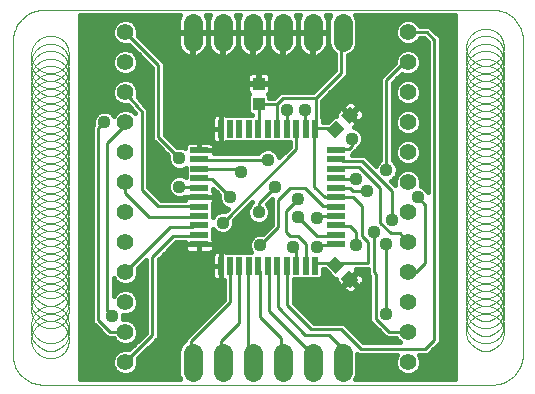
<source format=gtl>
G75*
G70*
%OFA0B0*%
%FSLAX24Y24*%
%IPPOS*%
%LPD*%
%AMOC8*
5,1,8,0,0,1.08239X$1,22.5*
%
%ADD10C,0.0000*%
%ADD11C,0.0555*%
%ADD12R,0.0591X0.0197*%
%ADD13R,0.0197X0.0591*%
%ADD14R,0.0433X0.0394*%
%ADD15R,0.0394X0.0433*%
%ADD16C,0.0640*%
%ADD17C,0.0100*%
%ADD18C,0.0440*%
%ADD19C,0.0436*%
%ADD20C,0.0160*%
D10*
X001104Y000744D02*
X001169Y000746D01*
X016040Y000746D01*
X016104Y000744D01*
X016164Y000746D01*
X016225Y000751D01*
X016284Y000760D01*
X016343Y000773D01*
X016402Y000789D01*
X016459Y000809D01*
X016514Y000832D01*
X016569Y000859D01*
X016621Y000888D01*
X016672Y000921D01*
X016721Y000957D01*
X016767Y000995D01*
X016811Y001037D01*
X016853Y001081D01*
X016891Y001127D01*
X016927Y001176D01*
X016960Y001227D01*
X016989Y001279D01*
X017016Y001334D01*
X017039Y001389D01*
X017059Y001446D01*
X017075Y001505D01*
X017088Y001564D01*
X017097Y001623D01*
X017102Y001684D01*
X017104Y001744D01*
X017104Y012244D01*
X017102Y012304D01*
X017097Y012364D01*
X017088Y012424D01*
X017075Y012483D01*
X017059Y012541D01*
X017039Y012598D01*
X017016Y012654D01*
X016990Y012708D01*
X016960Y012760D01*
X016927Y012811D01*
X016892Y012859D01*
X016853Y012906D01*
X016812Y012950D01*
X016768Y012991D01*
X016721Y013030D01*
X016673Y013065D01*
X016622Y013098D01*
X016570Y013128D01*
X016516Y013154D01*
X016460Y013177D01*
X016403Y013197D01*
X016345Y013213D01*
X016286Y013226D01*
X016226Y013235D01*
X016166Y013240D01*
X016106Y013242D01*
X001169Y013242D01*
X001105Y013240D01*
X001041Y013234D01*
X000977Y013225D01*
X000914Y013211D01*
X000852Y013194D01*
X000791Y013173D01*
X000732Y013148D01*
X000674Y013120D01*
X000618Y013088D01*
X000564Y013053D01*
X000512Y013015D01*
X000463Y012974D01*
X000416Y012930D01*
X000372Y012883D01*
X000331Y012834D01*
X000293Y012782D01*
X000258Y012728D01*
X000226Y012672D01*
X000198Y012614D01*
X000173Y012555D01*
X000152Y012494D01*
X000135Y012432D01*
X000121Y012369D01*
X000112Y012305D01*
X000106Y012241D01*
X000104Y012177D01*
X000104Y001744D01*
X000106Y001684D01*
X000111Y001623D01*
X000120Y001564D01*
X000133Y001505D01*
X000149Y001446D01*
X000169Y001389D01*
X000192Y001334D01*
X000219Y001279D01*
X000248Y001227D01*
X000281Y001176D01*
X000317Y001127D01*
X000355Y001081D01*
X000397Y001037D01*
X000441Y000995D01*
X000487Y000957D01*
X000536Y000921D01*
X000587Y000888D01*
X000639Y000859D01*
X000694Y000832D01*
X000749Y000809D01*
X000806Y000789D01*
X000865Y000773D01*
X000924Y000760D01*
X000983Y000751D01*
X001044Y000746D01*
X001104Y000744D01*
X000724Y002244D02*
X000762Y002459D01*
X000871Y002649D01*
X001039Y002790D01*
X001245Y002864D01*
X001463Y002864D01*
X001669Y002790D01*
X001837Y002649D01*
X001946Y002459D01*
X001984Y002244D01*
X001946Y002029D01*
X001837Y001839D01*
X001669Y001698D01*
X001463Y001624D01*
X001245Y001624D01*
X001039Y001698D01*
X000871Y001839D01*
X000762Y002029D01*
X000724Y002244D01*
X000724Y002494D02*
X000762Y002709D01*
X000871Y002899D01*
X001039Y003040D01*
X001245Y003114D01*
X001463Y003114D01*
X001669Y003040D01*
X001837Y002899D01*
X001946Y002709D01*
X001984Y002494D01*
X001946Y002279D01*
X001837Y002089D01*
X001669Y001948D01*
X001463Y001874D01*
X001245Y001874D01*
X001039Y001948D01*
X000871Y002089D01*
X000762Y002279D01*
X000724Y002494D01*
X000724Y002744D02*
X000762Y002959D01*
X000871Y003149D01*
X001039Y003290D01*
X001245Y003364D01*
X001463Y003364D01*
X001669Y003290D01*
X001837Y003149D01*
X001946Y002959D01*
X001984Y002744D01*
X001946Y002529D01*
X001837Y002339D01*
X001669Y002198D01*
X001463Y002124D01*
X001245Y002124D01*
X001039Y002198D01*
X000871Y002339D01*
X000762Y002529D01*
X000724Y002744D01*
X000724Y003244D02*
X000762Y003459D01*
X000871Y003649D01*
X001039Y003790D01*
X001245Y003864D01*
X001463Y003864D01*
X001669Y003790D01*
X001837Y003649D01*
X001946Y003459D01*
X001984Y003244D01*
X001946Y003029D01*
X001837Y002839D01*
X001669Y002698D01*
X001463Y002624D01*
X001245Y002624D01*
X001039Y002698D01*
X000871Y002839D01*
X000762Y003029D01*
X000724Y003244D01*
X000724Y003494D02*
X000762Y003709D01*
X000871Y003899D01*
X001039Y004040D01*
X001245Y004114D01*
X001463Y004114D01*
X001669Y004040D01*
X001837Y003899D01*
X001946Y003709D01*
X001984Y003494D01*
X001946Y003279D01*
X001837Y003089D01*
X001669Y002948D01*
X001463Y002874D01*
X001245Y002874D01*
X001039Y002948D01*
X000871Y003089D01*
X000762Y003279D01*
X000724Y003494D01*
X000724Y003744D02*
X000762Y003959D01*
X000871Y004149D01*
X001039Y004290D01*
X001245Y004364D01*
X001463Y004364D01*
X001669Y004290D01*
X001837Y004149D01*
X001946Y003959D01*
X001984Y003744D01*
X001946Y003529D01*
X001837Y003339D01*
X001669Y003198D01*
X001463Y003124D01*
X001245Y003124D01*
X001039Y003198D01*
X000871Y003339D01*
X000762Y003529D01*
X000724Y003744D01*
X000724Y003994D02*
X000762Y004209D01*
X000871Y004399D01*
X001039Y004540D01*
X001245Y004614D01*
X001463Y004614D01*
X001669Y004540D01*
X001837Y004399D01*
X001946Y004209D01*
X001984Y003994D01*
X001946Y003779D01*
X001837Y003589D01*
X001669Y003448D01*
X001463Y003374D01*
X001245Y003374D01*
X001039Y003448D01*
X000871Y003589D01*
X000762Y003779D01*
X000724Y003994D01*
X000724Y004244D02*
X000762Y004459D01*
X000871Y004649D01*
X001039Y004790D01*
X001245Y004864D01*
X001463Y004864D01*
X001669Y004790D01*
X001837Y004649D01*
X001946Y004459D01*
X001984Y004244D01*
X001946Y004029D01*
X001837Y003839D01*
X001669Y003698D01*
X001463Y003624D01*
X001245Y003624D01*
X001039Y003698D01*
X000871Y003839D01*
X000762Y004029D01*
X000724Y004244D01*
X000724Y004494D02*
X000762Y004709D01*
X000871Y004899D01*
X001039Y005040D01*
X001245Y005114D01*
X001463Y005114D01*
X001669Y005040D01*
X001837Y004899D01*
X001946Y004709D01*
X001984Y004494D01*
X001946Y004279D01*
X001837Y004089D01*
X001669Y003948D01*
X001463Y003874D01*
X001245Y003874D01*
X001039Y003948D01*
X000871Y004089D01*
X000762Y004279D01*
X000724Y004494D01*
X000724Y004744D02*
X000762Y004959D01*
X000871Y005149D01*
X001039Y005290D01*
X001245Y005364D01*
X001463Y005364D01*
X001669Y005290D01*
X001837Y005149D01*
X001946Y004959D01*
X001984Y004744D01*
X001946Y004529D01*
X001837Y004339D01*
X001669Y004198D01*
X001463Y004124D01*
X001245Y004124D01*
X001039Y004198D01*
X000871Y004339D01*
X000762Y004529D01*
X000724Y004744D01*
X000724Y004994D02*
X000762Y005209D01*
X000871Y005399D01*
X001039Y005540D01*
X001245Y005614D01*
X001463Y005614D01*
X001669Y005540D01*
X001837Y005399D01*
X001946Y005209D01*
X001984Y004994D01*
X001946Y004779D01*
X001837Y004589D01*
X001669Y004448D01*
X001463Y004374D01*
X001245Y004374D01*
X001039Y004448D01*
X000871Y004589D01*
X000762Y004779D01*
X000724Y004994D01*
X000724Y005244D02*
X000762Y005459D01*
X000871Y005649D01*
X001039Y005790D01*
X001245Y005864D01*
X001463Y005864D01*
X001669Y005790D01*
X001837Y005649D01*
X001946Y005459D01*
X001984Y005244D01*
X001946Y005029D01*
X001837Y004839D01*
X001669Y004698D01*
X001463Y004624D01*
X001245Y004624D01*
X001039Y004698D01*
X000871Y004839D01*
X000762Y005029D01*
X000724Y005244D01*
X000724Y005494D02*
X000762Y005709D01*
X000871Y005899D01*
X001039Y006040D01*
X001245Y006114D01*
X001463Y006114D01*
X001669Y006040D01*
X001837Y005899D01*
X001946Y005709D01*
X001984Y005494D01*
X001946Y005279D01*
X001837Y005089D01*
X001669Y004948D01*
X001463Y004874D01*
X001245Y004874D01*
X001039Y004948D01*
X000871Y005089D01*
X000762Y005279D01*
X000724Y005494D01*
X000724Y005744D02*
X000762Y005959D01*
X000871Y006149D01*
X001039Y006290D01*
X001245Y006364D01*
X001463Y006364D01*
X001669Y006290D01*
X001837Y006149D01*
X001946Y005959D01*
X001984Y005744D01*
X001946Y005529D01*
X001837Y005339D01*
X001669Y005198D01*
X001463Y005124D01*
X001245Y005124D01*
X001039Y005198D01*
X000871Y005339D01*
X000762Y005529D01*
X000724Y005744D01*
X000724Y005994D02*
X000762Y006209D01*
X000871Y006399D01*
X001039Y006540D01*
X001245Y006614D01*
X001463Y006614D01*
X001669Y006540D01*
X001837Y006399D01*
X001946Y006209D01*
X001984Y005994D01*
X001946Y005779D01*
X001837Y005589D01*
X001669Y005448D01*
X001463Y005374D01*
X001245Y005374D01*
X001039Y005448D01*
X000871Y005589D01*
X000762Y005779D01*
X000724Y005994D01*
X000724Y006244D02*
X000762Y006459D01*
X000871Y006649D01*
X001039Y006790D01*
X001245Y006864D01*
X001463Y006864D01*
X001669Y006790D01*
X001837Y006649D01*
X001946Y006459D01*
X001984Y006244D01*
X001946Y006029D01*
X001837Y005839D01*
X001669Y005698D01*
X001463Y005624D01*
X001245Y005624D01*
X001039Y005698D01*
X000871Y005839D01*
X000762Y006029D01*
X000724Y006244D01*
X000724Y006494D02*
X000762Y006709D01*
X000871Y006899D01*
X001039Y007040D01*
X001245Y007114D01*
X001463Y007114D01*
X001669Y007040D01*
X001837Y006899D01*
X001946Y006709D01*
X001984Y006494D01*
X001946Y006279D01*
X001837Y006089D01*
X001669Y005948D01*
X001463Y005874D01*
X001245Y005874D01*
X001039Y005948D01*
X000871Y006089D01*
X000762Y006279D01*
X000724Y006494D01*
X000724Y006744D02*
X000762Y006959D01*
X000871Y007149D01*
X001039Y007290D01*
X001245Y007364D01*
X001463Y007364D01*
X001669Y007290D01*
X001837Y007149D01*
X001946Y006959D01*
X001984Y006744D01*
X001946Y006529D01*
X001837Y006339D01*
X001669Y006198D01*
X001463Y006124D01*
X001245Y006124D01*
X001039Y006198D01*
X000871Y006339D01*
X000762Y006529D01*
X000724Y006744D01*
X000724Y006994D02*
X000762Y007209D01*
X000871Y007399D01*
X001039Y007540D01*
X001245Y007614D01*
X001463Y007614D01*
X001669Y007540D01*
X001837Y007399D01*
X001946Y007209D01*
X001984Y006994D01*
X001946Y006779D01*
X001837Y006589D01*
X001669Y006448D01*
X001463Y006374D01*
X001245Y006374D01*
X001039Y006448D01*
X000871Y006589D01*
X000762Y006779D01*
X000724Y006994D01*
X000724Y007244D02*
X000762Y007459D01*
X000871Y007649D01*
X001039Y007790D01*
X001245Y007864D01*
X001463Y007864D01*
X001669Y007790D01*
X001837Y007649D01*
X001946Y007459D01*
X001984Y007244D01*
X001946Y007029D01*
X001837Y006839D01*
X001669Y006698D01*
X001463Y006624D01*
X001245Y006624D01*
X001039Y006698D01*
X000871Y006839D01*
X000762Y007029D01*
X000724Y007244D01*
X000724Y007494D02*
X000762Y007709D01*
X000871Y007899D01*
X001039Y008040D01*
X001245Y008114D01*
X001463Y008114D01*
X001669Y008040D01*
X001837Y007899D01*
X001946Y007709D01*
X001984Y007494D01*
X001946Y007279D01*
X001837Y007089D01*
X001669Y006948D01*
X001463Y006874D01*
X001245Y006874D01*
X001039Y006948D01*
X000871Y007089D01*
X000762Y007279D01*
X000724Y007494D01*
X000724Y007744D02*
X000762Y007959D01*
X000871Y008149D01*
X001039Y008290D01*
X001245Y008364D01*
X001463Y008364D01*
X001669Y008290D01*
X001837Y008149D01*
X001946Y007959D01*
X001984Y007744D01*
X001946Y007529D01*
X001837Y007339D01*
X001669Y007198D01*
X001463Y007124D01*
X001245Y007124D01*
X001039Y007198D01*
X000871Y007339D01*
X000762Y007529D01*
X000724Y007744D01*
X000724Y007994D02*
X000762Y008209D01*
X000871Y008399D01*
X001039Y008540D01*
X001245Y008614D01*
X001463Y008614D01*
X001669Y008540D01*
X001837Y008399D01*
X001946Y008209D01*
X001984Y007994D01*
X001946Y007779D01*
X001837Y007589D01*
X001669Y007448D01*
X001463Y007374D01*
X001245Y007374D01*
X001039Y007448D01*
X000871Y007589D01*
X000762Y007779D01*
X000724Y007994D01*
X000724Y008244D02*
X000762Y008459D01*
X000871Y008649D01*
X001039Y008790D01*
X001245Y008864D01*
X001463Y008864D01*
X001669Y008790D01*
X001837Y008649D01*
X001946Y008459D01*
X001984Y008244D01*
X001946Y008029D01*
X001837Y007839D01*
X001669Y007698D01*
X001463Y007624D01*
X001245Y007624D01*
X001039Y007698D01*
X000871Y007839D01*
X000762Y008029D01*
X000724Y008244D01*
X000724Y008494D02*
X000762Y008709D01*
X000871Y008899D01*
X001039Y009040D01*
X001245Y009114D01*
X001463Y009114D01*
X001669Y009040D01*
X001837Y008899D01*
X001946Y008709D01*
X001984Y008494D01*
X001946Y008279D01*
X001837Y008089D01*
X001669Y007948D01*
X001463Y007874D01*
X001245Y007874D01*
X001039Y007948D01*
X000871Y008089D01*
X000762Y008279D01*
X000724Y008494D01*
X000724Y008744D02*
X000762Y008959D01*
X000871Y009149D01*
X001039Y009290D01*
X001245Y009364D01*
X001463Y009364D01*
X001669Y009290D01*
X001837Y009149D01*
X001946Y008959D01*
X001984Y008744D01*
X001946Y008529D01*
X001837Y008339D01*
X001669Y008198D01*
X001463Y008124D01*
X001245Y008124D01*
X001039Y008198D01*
X000871Y008339D01*
X000762Y008529D01*
X000724Y008744D01*
X000724Y008994D02*
X000762Y009209D01*
X000871Y009399D01*
X001039Y009540D01*
X001245Y009614D01*
X001463Y009614D01*
X001669Y009540D01*
X001837Y009399D01*
X001946Y009209D01*
X001984Y008994D01*
X001946Y008779D01*
X001837Y008589D01*
X001669Y008448D01*
X001463Y008374D01*
X001245Y008374D01*
X001039Y008448D01*
X000871Y008589D01*
X000762Y008779D01*
X000724Y008994D01*
X000724Y009244D02*
X000762Y009459D01*
X000871Y009649D01*
X001039Y009790D01*
X001245Y009864D01*
X001463Y009864D01*
X001669Y009790D01*
X001837Y009649D01*
X001946Y009459D01*
X001984Y009244D01*
X001946Y009029D01*
X001837Y008839D01*
X001669Y008698D01*
X001463Y008624D01*
X001245Y008624D01*
X001039Y008698D01*
X000871Y008839D01*
X000762Y009029D01*
X000724Y009244D01*
X000724Y009494D02*
X000762Y009709D01*
X000871Y009899D01*
X001039Y010040D01*
X001245Y010114D01*
X001463Y010114D01*
X001669Y010040D01*
X001837Y009899D01*
X001946Y009709D01*
X001984Y009494D01*
X001946Y009279D01*
X001837Y009089D01*
X001669Y008948D01*
X001463Y008874D01*
X001245Y008874D01*
X001039Y008948D01*
X000871Y009089D01*
X000762Y009279D01*
X000724Y009494D01*
X000724Y009744D02*
X000762Y009959D01*
X000871Y010149D01*
X001039Y010290D01*
X001245Y010364D01*
X001463Y010364D01*
X001669Y010290D01*
X001837Y010149D01*
X001946Y009959D01*
X001984Y009744D01*
X001946Y009529D01*
X001837Y009339D01*
X001669Y009198D01*
X001463Y009124D01*
X001245Y009124D01*
X001039Y009198D01*
X000871Y009339D01*
X000762Y009529D01*
X000724Y009744D01*
X000724Y009994D02*
X000762Y010209D01*
X000871Y010399D01*
X001039Y010540D01*
X001245Y010614D01*
X001463Y010614D01*
X001669Y010540D01*
X001837Y010399D01*
X001946Y010209D01*
X001984Y009994D01*
X001946Y009779D01*
X001837Y009589D01*
X001669Y009448D01*
X001463Y009374D01*
X001245Y009374D01*
X001039Y009448D01*
X000871Y009589D01*
X000762Y009779D01*
X000724Y009994D01*
X000724Y010244D02*
X000762Y010459D01*
X000871Y010649D01*
X001039Y010790D01*
X001245Y010864D01*
X001463Y010864D01*
X001669Y010790D01*
X001837Y010649D01*
X001946Y010459D01*
X001984Y010244D01*
X001946Y010029D01*
X001837Y009839D01*
X001669Y009698D01*
X001463Y009624D01*
X001245Y009624D01*
X001039Y009698D01*
X000871Y009839D01*
X000762Y010029D01*
X000724Y010244D01*
X000724Y010494D02*
X000762Y010709D01*
X000871Y010899D01*
X001039Y011040D01*
X001245Y011114D01*
X001463Y011114D01*
X001669Y011040D01*
X001837Y010899D01*
X001946Y010709D01*
X001984Y010494D01*
X001946Y010279D01*
X001837Y010089D01*
X001669Y009948D01*
X001463Y009874D01*
X001245Y009874D01*
X001039Y009948D01*
X000871Y010089D01*
X000762Y010279D01*
X000724Y010494D01*
X000724Y010744D02*
X000762Y010959D01*
X000871Y011149D01*
X001039Y011290D01*
X001245Y011364D01*
X001463Y011364D01*
X001669Y011290D01*
X001837Y011149D01*
X001946Y010959D01*
X001984Y010744D01*
X001946Y010529D01*
X001837Y010339D01*
X001669Y010198D01*
X001463Y010124D01*
X001245Y010124D01*
X001039Y010198D01*
X000871Y010339D01*
X000762Y010529D01*
X000724Y010744D01*
X000724Y010994D02*
X000762Y011209D01*
X000871Y011399D01*
X001039Y011540D01*
X001245Y011614D01*
X001463Y011614D01*
X001669Y011540D01*
X001837Y011399D01*
X001946Y011209D01*
X001984Y010994D01*
X001946Y010779D01*
X001837Y010589D01*
X001669Y010448D01*
X001463Y010374D01*
X001245Y010374D01*
X001039Y010448D01*
X000871Y010589D01*
X000762Y010779D01*
X000724Y010994D01*
X000724Y011244D02*
X000762Y011459D01*
X000871Y011649D01*
X001039Y011790D01*
X001245Y011864D01*
X001463Y011864D01*
X001669Y011790D01*
X001837Y011649D01*
X001946Y011459D01*
X001984Y011244D01*
X001946Y011029D01*
X001837Y010839D01*
X001669Y010698D01*
X001463Y010624D01*
X001245Y010624D01*
X001039Y010698D01*
X000871Y010839D01*
X000762Y011029D01*
X000724Y011244D01*
X000724Y011494D02*
X000762Y011709D01*
X000871Y011899D01*
X001039Y012040D01*
X001245Y012114D01*
X001463Y012114D01*
X001669Y012040D01*
X001837Y011899D01*
X001946Y011709D01*
X001984Y011494D01*
X001946Y011279D01*
X001837Y011089D01*
X001669Y010948D01*
X001463Y010874D01*
X001245Y010874D01*
X001039Y010948D01*
X000871Y011089D01*
X000762Y011279D01*
X000724Y011494D01*
X000724Y011744D02*
X000762Y011959D01*
X000871Y012149D01*
X001039Y012290D01*
X001245Y012364D01*
X001463Y012364D01*
X001669Y012290D01*
X001837Y012149D01*
X001946Y011959D01*
X001984Y011744D01*
X001946Y011529D01*
X001837Y011339D01*
X001669Y011198D01*
X001463Y011124D01*
X001245Y011124D01*
X001039Y011198D01*
X000871Y011339D01*
X000762Y011529D01*
X000724Y011744D01*
G36*
X011160Y009270D02*
X010855Y008965D01*
X010576Y009244D01*
X010881Y009549D01*
X011160Y009270D01*
G37*
G36*
X011633Y009743D02*
X011328Y009438D01*
X011049Y009717D01*
X011354Y010022D01*
X011633Y009743D01*
G37*
X015224Y009744D02*
X015262Y009959D01*
X015371Y010149D01*
X015539Y010290D01*
X015745Y010364D01*
X015963Y010364D01*
X016169Y010290D01*
X016337Y010149D01*
X016446Y009959D01*
X016484Y009744D01*
X016446Y009529D01*
X016337Y009339D01*
X016169Y009198D01*
X015963Y009124D01*
X015745Y009124D01*
X015539Y009198D01*
X015371Y009339D01*
X015262Y009529D01*
X015224Y009744D01*
X015224Y009994D02*
X015262Y010209D01*
X015371Y010399D01*
X015539Y010540D01*
X015745Y010614D01*
X015963Y010614D01*
X016169Y010540D01*
X016337Y010399D01*
X016446Y010209D01*
X016484Y009994D01*
X016446Y009779D01*
X016337Y009589D01*
X016169Y009448D01*
X015963Y009374D01*
X015745Y009374D01*
X015539Y009448D01*
X015371Y009589D01*
X015262Y009779D01*
X015224Y009994D01*
X015224Y010244D02*
X015262Y010459D01*
X015371Y010649D01*
X015539Y010790D01*
X015745Y010864D01*
X015963Y010864D01*
X016169Y010790D01*
X016337Y010649D01*
X016446Y010459D01*
X016484Y010244D01*
X016446Y010029D01*
X016337Y009839D01*
X016169Y009698D01*
X015963Y009624D01*
X015745Y009624D01*
X015539Y009698D01*
X015371Y009839D01*
X015262Y010029D01*
X015224Y010244D01*
X015224Y010494D02*
X015262Y010709D01*
X015371Y010899D01*
X015539Y011040D01*
X015745Y011114D01*
X015963Y011114D01*
X016169Y011040D01*
X016337Y010899D01*
X016446Y010709D01*
X016484Y010494D01*
X016446Y010279D01*
X016337Y010089D01*
X016169Y009948D01*
X015963Y009874D01*
X015745Y009874D01*
X015539Y009948D01*
X015371Y010089D01*
X015262Y010279D01*
X015224Y010494D01*
X015224Y010744D02*
X015262Y010959D01*
X015371Y011149D01*
X015539Y011290D01*
X015745Y011364D01*
X015963Y011364D01*
X016169Y011290D01*
X016337Y011149D01*
X016446Y010959D01*
X016484Y010744D01*
X016446Y010529D01*
X016337Y010339D01*
X016169Y010198D01*
X015963Y010124D01*
X015745Y010124D01*
X015539Y010198D01*
X015371Y010339D01*
X015262Y010529D01*
X015224Y010744D01*
X015224Y010994D02*
X015262Y011209D01*
X015371Y011399D01*
X015539Y011540D01*
X015745Y011614D01*
X015963Y011614D01*
X016169Y011540D01*
X016337Y011399D01*
X016446Y011209D01*
X016484Y010994D01*
X016446Y010779D01*
X016337Y010589D01*
X016169Y010448D01*
X015963Y010374D01*
X015745Y010374D01*
X015539Y010448D01*
X015371Y010589D01*
X015262Y010779D01*
X015224Y010994D01*
X015224Y011244D02*
X015262Y011459D01*
X015371Y011649D01*
X015539Y011790D01*
X015745Y011864D01*
X015963Y011864D01*
X016169Y011790D01*
X016337Y011649D01*
X016446Y011459D01*
X016484Y011244D01*
X016446Y011029D01*
X016337Y010839D01*
X016169Y010698D01*
X015963Y010624D01*
X015745Y010624D01*
X015539Y010698D01*
X015371Y010839D01*
X015262Y011029D01*
X015224Y011244D01*
X015224Y011494D02*
X015262Y011709D01*
X015371Y011899D01*
X015539Y012040D01*
X015745Y012114D01*
X015963Y012114D01*
X016169Y012040D01*
X016337Y011899D01*
X016446Y011709D01*
X016484Y011494D01*
X016446Y011279D01*
X016337Y011089D01*
X016169Y010948D01*
X015963Y010874D01*
X015745Y010874D01*
X015539Y010948D01*
X015371Y011089D01*
X015262Y011279D01*
X015224Y011494D01*
X015224Y011744D02*
X015262Y011959D01*
X015371Y012149D01*
X015539Y012290D01*
X015745Y012364D01*
X015963Y012364D01*
X016169Y012290D01*
X016337Y012149D01*
X016446Y011959D01*
X016484Y011744D01*
X016446Y011529D01*
X016337Y011339D01*
X016169Y011198D01*
X015963Y011124D01*
X015745Y011124D01*
X015539Y011198D01*
X015371Y011339D01*
X015262Y011529D01*
X015224Y011744D01*
X015224Y011994D02*
X015262Y012209D01*
X015371Y012399D01*
X015539Y012540D01*
X015745Y012614D01*
X015963Y012614D01*
X016169Y012540D01*
X016337Y012399D01*
X016446Y012209D01*
X016484Y011994D01*
X016446Y011779D01*
X016337Y011589D01*
X016169Y011448D01*
X015963Y011374D01*
X015745Y011374D01*
X015539Y011448D01*
X015371Y011589D01*
X015262Y011779D01*
X015224Y011994D01*
X015224Y009494D02*
X015262Y009709D01*
X015371Y009899D01*
X015539Y010040D01*
X015745Y010114D01*
X015963Y010114D01*
X016169Y010040D01*
X016337Y009899D01*
X016446Y009709D01*
X016484Y009494D01*
X016446Y009279D01*
X016337Y009089D01*
X016169Y008948D01*
X015963Y008874D01*
X015745Y008874D01*
X015539Y008948D01*
X015371Y009089D01*
X015262Y009279D01*
X015224Y009494D01*
X015224Y009244D02*
X015262Y009459D01*
X015371Y009649D01*
X015539Y009790D01*
X015745Y009864D01*
X015963Y009864D01*
X016169Y009790D01*
X016337Y009649D01*
X016446Y009459D01*
X016484Y009244D01*
X016446Y009029D01*
X016337Y008839D01*
X016169Y008698D01*
X015963Y008624D01*
X015745Y008624D01*
X015539Y008698D01*
X015371Y008839D01*
X015262Y009029D01*
X015224Y009244D01*
X015224Y008994D02*
X015262Y009209D01*
X015371Y009399D01*
X015539Y009540D01*
X015745Y009614D01*
X015963Y009614D01*
X016169Y009540D01*
X016337Y009399D01*
X016446Y009209D01*
X016484Y008994D01*
X016446Y008779D01*
X016337Y008589D01*
X016169Y008448D01*
X015963Y008374D01*
X015745Y008374D01*
X015539Y008448D01*
X015371Y008589D01*
X015262Y008779D01*
X015224Y008994D01*
X015224Y008744D02*
X015262Y008959D01*
X015371Y009149D01*
X015539Y009290D01*
X015745Y009364D01*
X015963Y009364D01*
X016169Y009290D01*
X016337Y009149D01*
X016446Y008959D01*
X016484Y008744D01*
X016446Y008529D01*
X016337Y008339D01*
X016169Y008198D01*
X015963Y008124D01*
X015745Y008124D01*
X015539Y008198D01*
X015371Y008339D01*
X015262Y008529D01*
X015224Y008744D01*
X015224Y008494D02*
X015262Y008709D01*
X015371Y008899D01*
X015539Y009040D01*
X015745Y009114D01*
X015963Y009114D01*
X016169Y009040D01*
X016337Y008899D01*
X016446Y008709D01*
X016484Y008494D01*
X016446Y008279D01*
X016337Y008089D01*
X016169Y007948D01*
X015963Y007874D01*
X015745Y007874D01*
X015539Y007948D01*
X015371Y008089D01*
X015262Y008279D01*
X015224Y008494D01*
X015224Y008244D02*
X015262Y008459D01*
X015371Y008649D01*
X015539Y008790D01*
X015745Y008864D01*
X015963Y008864D01*
X016169Y008790D01*
X016337Y008649D01*
X016446Y008459D01*
X016484Y008244D01*
X016446Y008029D01*
X016337Y007839D01*
X016169Y007698D01*
X015963Y007624D01*
X015745Y007624D01*
X015539Y007698D01*
X015371Y007839D01*
X015262Y008029D01*
X015224Y008244D01*
X015224Y007994D02*
X015262Y008209D01*
X015371Y008399D01*
X015539Y008540D01*
X015745Y008614D01*
X015963Y008614D01*
X016169Y008540D01*
X016337Y008399D01*
X016446Y008209D01*
X016484Y007994D01*
X016446Y007779D01*
X016337Y007589D01*
X016169Y007448D01*
X015963Y007374D01*
X015745Y007374D01*
X015539Y007448D01*
X015371Y007589D01*
X015262Y007779D01*
X015224Y007994D01*
X015224Y007744D02*
X015262Y007959D01*
X015371Y008149D01*
X015539Y008290D01*
X015745Y008364D01*
X015963Y008364D01*
X016169Y008290D01*
X016337Y008149D01*
X016446Y007959D01*
X016484Y007744D01*
X016446Y007529D01*
X016337Y007339D01*
X016169Y007198D01*
X015963Y007124D01*
X015745Y007124D01*
X015539Y007198D01*
X015371Y007339D01*
X015262Y007529D01*
X015224Y007744D01*
X015224Y007494D02*
X015262Y007709D01*
X015371Y007899D01*
X015539Y008040D01*
X015745Y008114D01*
X015963Y008114D01*
X016169Y008040D01*
X016337Y007899D01*
X016446Y007709D01*
X016484Y007494D01*
X016446Y007279D01*
X016337Y007089D01*
X016169Y006948D01*
X015963Y006874D01*
X015745Y006874D01*
X015539Y006948D01*
X015371Y007089D01*
X015262Y007279D01*
X015224Y007494D01*
X015224Y007244D02*
X015262Y007459D01*
X015371Y007649D01*
X015539Y007790D01*
X015745Y007864D01*
X015963Y007864D01*
X016169Y007790D01*
X016337Y007649D01*
X016446Y007459D01*
X016484Y007244D01*
X016446Y007029D01*
X016337Y006839D01*
X016169Y006698D01*
X015963Y006624D01*
X015745Y006624D01*
X015539Y006698D01*
X015371Y006839D01*
X015262Y007029D01*
X015224Y007244D01*
X015224Y006994D02*
X015262Y007209D01*
X015371Y007399D01*
X015539Y007540D01*
X015745Y007614D01*
X015963Y007614D01*
X016169Y007540D01*
X016337Y007399D01*
X016446Y007209D01*
X016484Y006994D01*
X016446Y006779D01*
X016337Y006589D01*
X016169Y006448D01*
X015963Y006374D01*
X015745Y006374D01*
X015539Y006448D01*
X015371Y006589D01*
X015262Y006779D01*
X015224Y006994D01*
X015224Y006744D02*
X015262Y006959D01*
X015371Y007149D01*
X015539Y007290D01*
X015745Y007364D01*
X015963Y007364D01*
X016169Y007290D01*
X016337Y007149D01*
X016446Y006959D01*
X016484Y006744D01*
X016446Y006529D01*
X016337Y006339D01*
X016169Y006198D01*
X015963Y006124D01*
X015745Y006124D01*
X015539Y006198D01*
X015371Y006339D01*
X015262Y006529D01*
X015224Y006744D01*
X015224Y006494D02*
X015262Y006709D01*
X015371Y006899D01*
X015539Y007040D01*
X015745Y007114D01*
X015963Y007114D01*
X016169Y007040D01*
X016337Y006899D01*
X016446Y006709D01*
X016484Y006494D01*
X016446Y006279D01*
X016337Y006089D01*
X016169Y005948D01*
X015963Y005874D01*
X015745Y005874D01*
X015539Y005948D01*
X015371Y006089D01*
X015262Y006279D01*
X015224Y006494D01*
X015224Y006244D02*
X015262Y006459D01*
X015371Y006649D01*
X015539Y006790D01*
X015745Y006864D01*
X015963Y006864D01*
X016169Y006790D01*
X016337Y006649D01*
X016446Y006459D01*
X016484Y006244D01*
X016446Y006029D01*
X016337Y005839D01*
X016169Y005698D01*
X015963Y005624D01*
X015745Y005624D01*
X015539Y005698D01*
X015371Y005839D01*
X015262Y006029D01*
X015224Y006244D01*
X015224Y005994D02*
X015262Y006209D01*
X015371Y006399D01*
X015539Y006540D01*
X015745Y006614D01*
X015963Y006614D01*
X016169Y006540D01*
X016337Y006399D01*
X016446Y006209D01*
X016484Y005994D01*
X016446Y005779D01*
X016337Y005589D01*
X016169Y005448D01*
X015963Y005374D01*
X015745Y005374D01*
X015539Y005448D01*
X015371Y005589D01*
X015262Y005779D01*
X015224Y005994D01*
X015224Y005744D02*
X015262Y005959D01*
X015371Y006149D01*
X015539Y006290D01*
X015745Y006364D01*
X015963Y006364D01*
X016169Y006290D01*
X016337Y006149D01*
X016446Y005959D01*
X016484Y005744D01*
X016446Y005529D01*
X016337Y005339D01*
X016169Y005198D01*
X015963Y005124D01*
X015745Y005124D01*
X015539Y005198D01*
X015371Y005339D01*
X015262Y005529D01*
X015224Y005744D01*
X015224Y005494D02*
X015262Y005709D01*
X015371Y005899D01*
X015539Y006040D01*
X015745Y006114D01*
X015963Y006114D01*
X016169Y006040D01*
X016337Y005899D01*
X016446Y005709D01*
X016484Y005494D01*
X016446Y005279D01*
X016337Y005089D01*
X016169Y004948D01*
X015963Y004874D01*
X015745Y004874D01*
X015539Y004948D01*
X015371Y005089D01*
X015262Y005279D01*
X015224Y005494D01*
X015224Y005244D02*
X015262Y005459D01*
X015371Y005649D01*
X015539Y005790D01*
X015745Y005864D01*
X015963Y005864D01*
X016169Y005790D01*
X016337Y005649D01*
X016446Y005459D01*
X016484Y005244D01*
X016446Y005029D01*
X016337Y004839D01*
X016169Y004698D01*
X015963Y004624D01*
X015745Y004624D01*
X015539Y004698D01*
X015371Y004839D01*
X015262Y005029D01*
X015224Y005244D01*
X015224Y004994D02*
X015262Y005209D01*
X015371Y005399D01*
X015539Y005540D01*
X015745Y005614D01*
X015963Y005614D01*
X016169Y005540D01*
X016337Y005399D01*
X016446Y005209D01*
X016484Y004994D01*
X016446Y004779D01*
X016337Y004589D01*
X016169Y004448D01*
X015963Y004374D01*
X015745Y004374D01*
X015539Y004448D01*
X015371Y004589D01*
X015262Y004779D01*
X015224Y004994D01*
X015224Y004744D02*
X015262Y004959D01*
X015371Y005149D01*
X015539Y005290D01*
X015745Y005364D01*
X015963Y005364D01*
X016169Y005290D01*
X016337Y005149D01*
X016446Y004959D01*
X016484Y004744D01*
X016446Y004529D01*
X016337Y004339D01*
X016169Y004198D01*
X015963Y004124D01*
X015745Y004124D01*
X015539Y004198D01*
X015371Y004339D01*
X015262Y004529D01*
X015224Y004744D01*
X015224Y004494D02*
X015262Y004709D01*
X015371Y004899D01*
X015539Y005040D01*
X015745Y005114D01*
X015963Y005114D01*
X016169Y005040D01*
X016337Y004899D01*
X016446Y004709D01*
X016484Y004494D01*
X016446Y004279D01*
X016337Y004089D01*
X016169Y003948D01*
X015963Y003874D01*
X015745Y003874D01*
X015539Y003948D01*
X015371Y004089D01*
X015262Y004279D01*
X015224Y004494D01*
X015224Y004244D02*
X015262Y004459D01*
X015371Y004649D01*
X015539Y004790D01*
X015745Y004864D01*
X015963Y004864D01*
X016169Y004790D01*
X016337Y004649D01*
X016446Y004459D01*
X016484Y004244D01*
X016446Y004029D01*
X016337Y003839D01*
X016169Y003698D01*
X015963Y003624D01*
X015745Y003624D01*
X015539Y003698D01*
X015371Y003839D01*
X015262Y004029D01*
X015224Y004244D01*
X015224Y003994D02*
X015262Y004209D01*
X015371Y004399D01*
X015539Y004540D01*
X015745Y004614D01*
X015963Y004614D01*
X016169Y004540D01*
X016337Y004399D01*
X016446Y004209D01*
X016484Y003994D01*
X016446Y003779D01*
X016337Y003589D01*
X016169Y003448D01*
X015963Y003374D01*
X015745Y003374D01*
X015539Y003448D01*
X015371Y003589D01*
X015262Y003779D01*
X015224Y003994D01*
X015224Y003744D02*
X015262Y003959D01*
X015371Y004149D01*
X015539Y004290D01*
X015745Y004364D01*
X015963Y004364D01*
X016169Y004290D01*
X016337Y004149D01*
X016446Y003959D01*
X016484Y003744D01*
X016446Y003529D01*
X016337Y003339D01*
X016169Y003198D01*
X015963Y003124D01*
X015745Y003124D01*
X015539Y003198D01*
X015371Y003339D01*
X015262Y003529D01*
X015224Y003744D01*
X015224Y003494D02*
X015262Y003709D01*
X015371Y003899D01*
X015539Y004040D01*
X015745Y004114D01*
X015963Y004114D01*
X016169Y004040D01*
X016337Y003899D01*
X016446Y003709D01*
X016484Y003494D01*
X016446Y003279D01*
X016337Y003089D01*
X016169Y002948D01*
X015963Y002874D01*
X015745Y002874D01*
X015539Y002948D01*
X015371Y003089D01*
X015262Y003279D01*
X015224Y003494D01*
X015224Y003244D02*
X015262Y003459D01*
X015371Y003649D01*
X015539Y003790D01*
X015745Y003864D01*
X015963Y003864D01*
X016169Y003790D01*
X016337Y003649D01*
X016446Y003459D01*
X016484Y003244D01*
X016446Y003029D01*
X016337Y002839D01*
X016169Y002698D01*
X015963Y002624D01*
X015745Y002624D01*
X015539Y002698D01*
X015371Y002839D01*
X015262Y003029D01*
X015224Y003244D01*
X015224Y002994D02*
X015262Y003209D01*
X015371Y003399D01*
X015539Y003540D01*
X015745Y003614D01*
X015963Y003614D01*
X016169Y003540D01*
X016337Y003399D01*
X016446Y003209D01*
X016484Y002994D01*
X016446Y002779D01*
X016337Y002589D01*
X016169Y002448D01*
X015963Y002374D01*
X015745Y002374D01*
X015539Y002448D01*
X015371Y002589D01*
X015262Y002779D01*
X015224Y002994D01*
X015224Y002744D02*
X015262Y002959D01*
X015371Y003149D01*
X015539Y003290D01*
X015745Y003364D01*
X015963Y003364D01*
X016169Y003290D01*
X016337Y003149D01*
X016446Y002959D01*
X016484Y002744D01*
X016446Y002529D01*
X016337Y002339D01*
X016169Y002198D01*
X015963Y002124D01*
X015745Y002124D01*
X015539Y002198D01*
X015371Y002339D01*
X015262Y002529D01*
X015224Y002744D01*
X015224Y002494D02*
X015262Y002709D01*
X015371Y002899D01*
X015539Y003040D01*
X015745Y003114D01*
X015963Y003114D01*
X016169Y003040D01*
X016337Y002899D01*
X016446Y002709D01*
X016484Y002494D01*
X016446Y002279D01*
X016337Y002089D01*
X016169Y001948D01*
X015963Y001874D01*
X015745Y001874D01*
X015539Y001948D01*
X015371Y002089D01*
X015262Y002279D01*
X015224Y002494D01*
G36*
X011354Y003965D02*
X011049Y004270D01*
X011328Y004549D01*
X011633Y004244D01*
X011354Y003965D01*
G37*
G36*
X010881Y004438D02*
X010576Y004743D01*
X010855Y005022D01*
X011160Y004717D01*
X010881Y004438D01*
G37*
G36*
X010881Y004438D02*
X010576Y004743D01*
X010855Y005022D01*
X011160Y004717D01*
X010881Y004438D01*
G37*
G36*
X011354Y003965D02*
X011049Y004270D01*
X011328Y004549D01*
X011633Y004244D01*
X011354Y003965D01*
G37*
D11*
X013280Y003494D03*
X013280Y002494D03*
X013280Y001494D03*
X013280Y004494D03*
X013280Y005494D03*
X013280Y006494D03*
X013280Y007494D03*
X013280Y008494D03*
X013280Y009494D03*
X013280Y010494D03*
X013280Y011494D03*
X013280Y012494D03*
G36*
X011633Y009743D02*
X011328Y009438D01*
X011049Y009717D01*
X011354Y010022D01*
X011633Y009743D01*
G37*
G36*
X011160Y009270D02*
X010855Y008965D01*
X010576Y009244D01*
X010881Y009549D01*
X011160Y009270D01*
G37*
X003854Y009494D03*
X003854Y008494D03*
X003854Y007494D03*
X003854Y006494D03*
X003854Y005494D03*
X003854Y004494D03*
X003854Y003494D03*
X003854Y002494D03*
X003854Y001494D03*
X003854Y010494D03*
X003854Y011494D03*
X003854Y012494D03*
D12*
X006321Y008569D03*
X006321Y008254D03*
X006321Y007939D03*
X006321Y007624D03*
X006321Y007309D03*
X006321Y006994D03*
X006321Y006679D03*
X006321Y006364D03*
X006321Y006049D03*
X006321Y005734D03*
X006321Y005419D03*
X010888Y005419D03*
X010888Y005734D03*
X010888Y006049D03*
X010888Y006364D03*
X010888Y006679D03*
X010888Y006994D03*
X010888Y007309D03*
X010888Y007624D03*
X010888Y007939D03*
X010888Y008254D03*
X010888Y008569D03*
G36*
X011160Y009270D02*
X010855Y008965D01*
X010576Y009244D01*
X010881Y009549D01*
X011160Y009270D01*
G37*
G36*
X011633Y009743D02*
X011328Y009438D01*
X011049Y009717D01*
X011354Y010022D01*
X011633Y009743D01*
G37*
G36*
X010881Y004438D02*
X010576Y004743D01*
X010855Y005022D01*
X011160Y004717D01*
X010881Y004438D01*
G37*
G36*
X011354Y003965D02*
X011049Y004270D01*
X011328Y004549D01*
X011633Y004244D01*
X011354Y003965D01*
G37*
G36*
X011354Y003965D02*
X011049Y004270D01*
X011328Y004549D01*
X011633Y004244D01*
X011354Y003965D01*
G37*
G36*
X010881Y004438D02*
X010576Y004743D01*
X010855Y005022D01*
X011160Y004717D01*
X010881Y004438D01*
G37*
D13*
X010179Y004710D03*
X009864Y004710D03*
X009549Y004710D03*
X009234Y004710D03*
X008919Y004710D03*
X008604Y004710D03*
X008290Y004710D03*
X007975Y004710D03*
X007660Y004710D03*
X007345Y004710D03*
X007030Y004710D03*
X007030Y009277D03*
X007345Y009277D03*
X007660Y009277D03*
X007975Y009277D03*
X008290Y009277D03*
X008604Y009277D03*
X008919Y009277D03*
X009234Y009277D03*
X009549Y009277D03*
X009864Y009277D03*
X010179Y009277D03*
G36*
X011160Y009270D02*
X010855Y008965D01*
X010576Y009244D01*
X010881Y009549D01*
X011160Y009270D01*
G37*
G36*
X011633Y009743D02*
X011328Y009438D01*
X011049Y009717D01*
X011354Y010022D01*
X011633Y009743D01*
G37*
G36*
X011633Y009743D02*
X011328Y009438D01*
X011049Y009717D01*
X011354Y010022D01*
X011633Y009743D01*
G37*
G36*
X011160Y009270D02*
X010855Y008965D01*
X010576Y009244D01*
X010881Y009549D01*
X011160Y009270D01*
G37*
G36*
X010881Y004438D02*
X010576Y004743D01*
X010855Y005022D01*
X011160Y004717D01*
X010881Y004438D01*
G37*
G36*
X011354Y003965D02*
X011049Y004270D01*
X011328Y004549D01*
X011633Y004244D01*
X011354Y003965D01*
G37*
G36*
X011354Y003965D02*
X011049Y004270D01*
X011328Y004549D01*
X011633Y004244D01*
X011354Y003965D01*
G37*
G36*
X010881Y004438D02*
X010576Y004743D01*
X010855Y005022D01*
X011160Y004717D01*
X010881Y004438D01*
G37*
G36*
X011160Y009270D02*
X010855Y008965D01*
X010576Y009244D01*
X010881Y009549D01*
X011160Y009270D01*
G37*
G36*
X011633Y009743D02*
X011328Y009438D01*
X011049Y009717D01*
X011354Y010022D01*
X011633Y009743D01*
G37*
D15*
X008304Y010109D03*
X008304Y010779D03*
D16*
X008104Y012174D02*
X008104Y012814D01*
X009104Y012814D02*
X009104Y012174D01*
X010104Y012174D02*
X010104Y012814D01*
X011104Y012814D02*
X011104Y012174D01*
G36*
X011633Y009743D02*
X011328Y009438D01*
X011049Y009717D01*
X011354Y010022D01*
X011633Y009743D01*
G37*
G36*
X011160Y009270D02*
X010855Y008965D01*
X010576Y009244D01*
X010881Y009549D01*
X011160Y009270D01*
G37*
X007104Y012174D02*
X007104Y012814D01*
X006104Y012814D02*
X006104Y012174D01*
G36*
X010881Y004438D02*
X010576Y004743D01*
X010855Y005022D01*
X011160Y004717D01*
X010881Y004438D01*
G37*
G36*
X011354Y003965D02*
X011049Y004270D01*
X011328Y004549D01*
X011633Y004244D01*
X011354Y003965D01*
G37*
X011104Y001814D02*
X011104Y001174D01*
X010104Y001174D02*
X010104Y001814D01*
X009104Y001814D02*
X009104Y001174D01*
X008104Y001174D02*
X008104Y001814D01*
X007104Y001814D02*
X007104Y001174D01*
X006104Y001174D02*
X006104Y001814D01*
D17*
X006054Y001794D02*
X006104Y001494D01*
X006054Y001794D02*
X006054Y002194D01*
X007354Y003494D01*
X007354Y004494D01*
X007345Y004710D01*
X007660Y004710D02*
X007654Y004494D01*
X007654Y002794D01*
X007054Y002194D01*
X007054Y001794D01*
X007104Y001494D01*
X007954Y001994D02*
X008104Y001494D01*
X007954Y001994D02*
X007954Y004494D01*
X007975Y004710D01*
X008290Y004710D02*
X008354Y004494D01*
X008354Y002994D01*
X009054Y002294D01*
X009054Y001894D01*
X009104Y001494D01*
X010054Y001644D02*
X010104Y001494D01*
X010054Y001644D02*
X010054Y001794D01*
X008654Y003194D01*
X008654Y004494D01*
X008604Y004710D01*
X008919Y004710D02*
X008954Y004494D01*
X008954Y003344D01*
X009854Y002394D01*
X010654Y002394D01*
X011054Y001994D01*
X011054Y001594D01*
X011104Y001494D01*
X011704Y001944D02*
X013854Y001944D01*
X014154Y002244D01*
X014154Y012244D01*
X013904Y012494D01*
X013280Y012494D01*
X013280Y011494D02*
X013154Y011494D01*
X012554Y010894D01*
X012554Y007894D01*
X012354Y007294D02*
X012354Y006144D01*
X012704Y005794D01*
X013004Y005794D01*
X013280Y005494D01*
X012554Y005444D02*
X012554Y003094D01*
X012204Y002944D02*
X012654Y002494D01*
X013280Y002494D01*
X012204Y002944D02*
X012204Y004444D01*
X012154Y004494D01*
X012154Y005844D01*
X011954Y005494D02*
X011754Y005694D01*
X011754Y006694D01*
X011454Y006994D01*
X010888Y006994D01*
X010504Y006994D01*
X010154Y007344D01*
X010154Y008994D01*
X010179Y009277D01*
X010204Y009494D01*
X010204Y010294D01*
X011054Y011144D01*
X011054Y012444D01*
X011104Y012494D01*
X010204Y010294D02*
X009104Y010294D01*
X008904Y010094D01*
X008454Y010094D01*
X008454Y010009D01*
X008304Y010109D01*
X008304Y009494D01*
X008290Y009277D01*
X008919Y009277D02*
X008904Y009494D01*
X008904Y010094D01*
X009254Y009894D02*
X009254Y009494D01*
X009234Y009277D01*
X009549Y009277D02*
X009554Y008994D01*
X009554Y008594D01*
X007104Y006144D01*
X006321Y006049D02*
X006054Y005994D01*
X005354Y005994D01*
X003854Y004494D01*
X004754Y004994D02*
X005454Y005694D01*
X006054Y005694D01*
X006321Y005734D01*
X006321Y006364D02*
X006104Y006344D01*
X004654Y006344D01*
X003854Y007144D01*
X003854Y007494D01*
X004404Y007244D02*
X004404Y009844D01*
X003854Y010494D01*
X004954Y011394D02*
X003854Y012494D01*
X004954Y011394D02*
X004954Y008994D01*
X005654Y008294D01*
X006321Y008254D02*
X006454Y008244D01*
X008604Y008244D01*
X007704Y007844D02*
X007604Y007944D01*
X006404Y007944D01*
X006321Y007939D01*
X006321Y007624D02*
X006554Y007594D01*
X006754Y007594D01*
X007354Y006994D01*
X008304Y006794D02*
X008304Y006494D01*
X008304Y006794D02*
X008854Y007344D01*
X008954Y006894D02*
X008954Y005994D01*
X008354Y005394D01*
X009204Y005844D02*
X009204Y006544D01*
X009604Y006944D01*
X009354Y007294D02*
X008954Y006894D01*
X009354Y007294D02*
X009854Y007294D01*
X010454Y006694D01*
X010804Y006694D01*
X010888Y006679D01*
X010888Y006364D02*
X010325Y006364D01*
X010254Y006294D01*
X010254Y005694D02*
X009604Y006344D01*
X009204Y005844D02*
X009354Y005694D01*
X009604Y005694D01*
X009864Y005434D01*
X009864Y004710D01*
X009549Y004710D02*
X009554Y004994D01*
X009554Y005194D01*
X009454Y005344D01*
X009234Y004710D02*
X009254Y004494D01*
X009254Y003394D01*
X010054Y002594D01*
X011054Y002594D01*
X011704Y001944D01*
G36*
X011354Y003965D02*
X011049Y004270D01*
X011328Y004549D01*
X011633Y004244D01*
X011354Y003965D01*
G37*
X011054Y004794D02*
X010868Y004730D01*
G36*
X010881Y004438D02*
X010576Y004743D01*
X010855Y005022D01*
X011160Y004717D01*
X010881Y004438D01*
G37*
X010868Y004730D02*
X010654Y004794D01*
X010254Y004794D01*
X010179Y004710D01*
X010254Y005344D02*
X010304Y005394D01*
X010654Y005394D01*
X010888Y005419D01*
X010888Y005734D02*
X010654Y005694D01*
X010254Y005694D01*
X010854Y006044D02*
X010888Y006049D01*
X010854Y006044D02*
X011354Y006044D01*
X011554Y005844D01*
X011554Y005394D01*
X011954Y005494D02*
X011954Y004794D01*
X011054Y004794D01*
X012754Y006244D02*
X012754Y007194D01*
X011754Y008194D01*
X011154Y008194D01*
X010888Y008254D01*
X010888Y008569D02*
X011154Y008594D01*
X011304Y008594D01*
X011404Y008694D01*
X011404Y008944D01*
G36*
X011160Y009270D02*
X010855Y008965D01*
X010576Y009244D01*
X010881Y009549D01*
X011160Y009270D01*
G37*
X010868Y009257D02*
X010654Y009294D01*
X010254Y009294D01*
X010179Y009277D01*
X009864Y009277D02*
X009854Y009494D01*
X009854Y009894D01*
G36*
X011633Y009743D02*
X011328Y009438D01*
X011049Y009717D01*
X011354Y010022D01*
X011633Y009743D01*
G37*
X011654Y007994D02*
X011154Y007994D01*
X010888Y007939D01*
X010904Y007644D02*
X010954Y007594D01*
X011554Y007594D01*
X011354Y007294D02*
X011454Y007194D01*
X011904Y007194D01*
X012354Y007294D02*
X011654Y007994D01*
X010904Y007644D02*
X010888Y007624D01*
X010888Y007309D02*
X011154Y007294D01*
X011354Y007294D01*
X013604Y006994D02*
X013854Y006744D01*
X013854Y004794D01*
X013554Y004494D01*
X013280Y004494D01*
X006321Y006679D02*
X006306Y006694D01*
X006054Y006694D01*
X004954Y006694D01*
X004404Y007244D01*
X005654Y007344D02*
X006054Y007344D01*
X006321Y007309D01*
X003854Y009344D02*
X003854Y009394D01*
X003854Y009494D01*
X003854Y009394D02*
X003254Y008794D01*
X003254Y003194D01*
X003404Y003044D01*
X002954Y002894D02*
X003354Y002494D01*
X003854Y002494D01*
X004754Y002394D02*
X003854Y001494D01*
X004754Y002394D02*
X004754Y004994D01*
X002954Y002894D02*
X002954Y009294D01*
X003154Y009494D01*
D18*
X003154Y009494D03*
X005654Y008294D03*
X005654Y007344D03*
X007104Y006144D03*
X007354Y006994D03*
X008304Y006494D03*
X008854Y007344D03*
X008604Y008244D03*
X007704Y007844D03*
X009604Y006344D03*
X009454Y005344D03*
X010254Y005344D03*
G36*
X010881Y004438D02*
X010576Y004743D01*
X010855Y005022D01*
X011160Y004717D01*
X010881Y004438D01*
G37*
G36*
X011354Y003965D02*
X011049Y004270D01*
X011328Y004549D01*
X011633Y004244D01*
X011354Y003965D01*
G37*
X012554Y003094D03*
X012554Y005444D03*
X012154Y005844D03*
X011554Y005394D03*
X012754Y006244D03*
X013604Y006994D03*
X012554Y007894D03*
X011904Y007194D03*
X011554Y007594D03*
X011404Y008944D03*
G36*
X011160Y009270D02*
X010855Y008965D01*
X010576Y009244D01*
X010881Y009549D01*
X011160Y009270D01*
G37*
G36*
X011633Y009743D02*
X011328Y009438D01*
X011049Y009717D01*
X011354Y010022D01*
X011633Y009743D01*
G37*
X009854Y009894D03*
X009254Y009894D03*
X008354Y005394D03*
X003404Y003044D03*
D19*
X005854Y003494D03*
X007554Y005594D03*
X009604Y006944D03*
X010254Y006294D03*
G36*
X010881Y004438D02*
X010576Y004743D01*
X010855Y005022D01*
X011160Y004717D01*
X010881Y004438D01*
G37*
G36*
X011354Y003965D02*
X011049Y004270D01*
X011328Y004549D01*
X011633Y004244D01*
X011354Y003965D01*
G37*
X011854Y003994D03*
X010354Y003394D03*
G36*
X011160Y009270D02*
X010855Y008965D01*
X010576Y009244D01*
X010881Y009549D01*
X011160Y009270D01*
G37*
G36*
X011633Y009743D02*
X011328Y009438D01*
X011049Y009717D01*
X011354Y010022D01*
X011633Y009743D01*
G37*
X011604Y010994D03*
X006104Y010494D03*
X003104Y010994D03*
D20*
X003484Y011246D02*
X003607Y011123D01*
X003767Y011056D01*
X003941Y011056D01*
X004102Y011123D01*
X004225Y011246D01*
X004292Y011407D01*
X004292Y011581D01*
X004225Y011742D01*
X004102Y011865D01*
X003941Y011931D01*
X003767Y011931D01*
X003607Y011865D01*
X003484Y011742D01*
X003417Y011581D01*
X003417Y011407D01*
X003484Y011246D01*
X003472Y011275D02*
X002354Y011275D01*
X002354Y011433D02*
X003417Y011433D01*
X003422Y011592D02*
X002354Y011592D01*
X002354Y011750D02*
X003492Y011750D01*
X003714Y011909D02*
X002354Y011909D01*
X002354Y012068D02*
X003741Y012068D01*
X003767Y012056D02*
X003941Y012056D01*
X003979Y012072D01*
X004744Y011307D01*
X004744Y008907D01*
X004867Y008784D01*
X005277Y008375D01*
X005274Y008369D01*
X005274Y008218D01*
X005332Y008079D01*
X005439Y007972D01*
X005579Y007914D01*
X005730Y007914D01*
X005866Y007970D01*
X005866Y007788D01*
X005866Y007668D01*
X005730Y007724D01*
X005579Y007724D01*
X005439Y007666D01*
X005332Y007559D01*
X005274Y007419D01*
X005274Y007268D01*
X005332Y007129D01*
X005439Y007022D01*
X005579Y006964D01*
X005730Y006964D01*
X005846Y007012D01*
X005846Y006994D01*
X006321Y006994D01*
X006321Y006994D01*
X006796Y006994D01*
X006796Y007167D01*
X006776Y007187D01*
X006776Y007275D01*
X006977Y007075D01*
X006974Y007069D01*
X006974Y006918D01*
X007032Y006779D01*
X007139Y006672D01*
X007278Y006614D01*
X007185Y006522D01*
X007180Y006524D01*
X007029Y006524D01*
X006889Y006466D01*
X006782Y006359D01*
X006776Y006344D01*
X006776Y006529D01*
X006776Y006801D01*
X006796Y006821D01*
X006796Y006994D01*
X006974Y006994D01*
X007009Y006836D02*
X006796Y006836D01*
X006796Y006994D02*
X006321Y006994D01*
X006321Y006994D01*
X005846Y006994D01*
X005803Y006994D01*
X005846Y006994D02*
X005846Y006904D01*
X005041Y006904D01*
X004614Y007331D01*
X004614Y009835D01*
X004621Y009913D01*
X004614Y009921D01*
X004614Y009931D01*
X004559Y009986D01*
X004263Y010336D01*
X004292Y010407D01*
X004292Y010581D01*
X004225Y010742D01*
X004102Y010865D01*
X003941Y010931D01*
X003767Y010931D01*
X003607Y010865D01*
X003484Y010742D01*
X003417Y010581D01*
X003417Y010407D01*
X003484Y010246D01*
X003607Y010123D01*
X003767Y010056D01*
X003941Y010056D01*
X003947Y010059D01*
X004164Y009803D01*
X004102Y009865D01*
X003941Y009931D01*
X003767Y009931D01*
X003607Y009865D01*
X003484Y009742D01*
X003472Y009714D01*
X003370Y009816D01*
X003230Y009874D01*
X003079Y009874D01*
X002939Y009816D01*
X002832Y009709D01*
X002774Y009569D01*
X002774Y009418D01*
X002777Y009413D01*
X002744Y009381D01*
X002744Y009207D01*
X002744Y002807D01*
X002867Y002684D01*
X002868Y002684D01*
X003144Y002407D01*
X003267Y002284D01*
X003468Y002284D01*
X003484Y002246D01*
X003607Y002123D01*
X003767Y002056D01*
X003941Y002056D01*
X004102Y002123D01*
X004225Y002246D01*
X004292Y002407D01*
X004292Y002581D01*
X004225Y002742D01*
X004102Y002865D01*
X003941Y002931D01*
X003769Y002931D01*
X003784Y002968D01*
X003784Y003056D01*
X003941Y003056D01*
X004102Y003123D01*
X004225Y003246D01*
X004292Y003407D01*
X004292Y003581D01*
X004225Y003742D01*
X004102Y003865D01*
X003941Y003931D01*
X003767Y003931D01*
X003607Y003865D01*
X003484Y003742D01*
X003464Y003695D01*
X003464Y004292D01*
X003484Y004246D01*
X003607Y004123D01*
X003767Y004056D01*
X003941Y004056D01*
X004102Y004123D01*
X004225Y004246D01*
X004292Y004407D01*
X004292Y004581D01*
X004276Y004619D01*
X004544Y004887D01*
X004544Y002481D01*
X003979Y001916D01*
X003941Y001931D01*
X003767Y001931D01*
X003607Y001865D01*
X003484Y001742D01*
X003417Y001581D01*
X003417Y001407D01*
X003484Y001246D01*
X003607Y001123D01*
X003767Y001056D01*
X003941Y001056D01*
X004102Y001123D01*
X004225Y001246D01*
X004292Y001407D01*
X004292Y001581D01*
X004276Y001619D01*
X004964Y002307D01*
X004964Y002481D01*
X004964Y004907D01*
X005541Y005484D01*
X005846Y005484D01*
X005846Y005419D01*
X005846Y005246D01*
X005951Y005141D01*
X006321Y005141D01*
X006691Y005141D01*
X006796Y005246D01*
X006796Y005419D01*
X006796Y005592D01*
X006776Y005612D01*
X006776Y005899D01*
X006776Y005943D01*
X006782Y005929D01*
X006889Y005822D01*
X007029Y005764D01*
X007180Y005764D01*
X007320Y005822D01*
X007427Y005929D01*
X007484Y006068D01*
X007484Y006219D01*
X007482Y006225D01*
X008094Y006837D01*
X008094Y006818D01*
X008089Y006816D01*
X007982Y006709D01*
X007924Y006569D01*
X007924Y006418D01*
X007982Y006279D01*
X008089Y006172D01*
X008229Y006114D01*
X008380Y006114D01*
X008520Y006172D01*
X008627Y006279D01*
X008684Y006418D01*
X008684Y006569D01*
X008627Y006709D01*
X008572Y006764D01*
X008744Y006937D01*
X008744Y006081D01*
X008435Y005772D01*
X008430Y005774D01*
X008279Y005774D01*
X008139Y005716D01*
X008032Y005609D01*
X007974Y005469D01*
X007974Y005318D01*
X008032Y005179D01*
X008045Y005166D01*
X007810Y005166D01*
X007495Y005166D01*
X007223Y005166D01*
X007203Y005186D01*
X007030Y005186D01*
X007030Y004711D01*
X007029Y004711D01*
X007029Y004710D01*
X006751Y004710D01*
X006751Y004341D01*
X006857Y004235D01*
X007029Y004235D01*
X007029Y004710D01*
X007030Y004710D01*
X007030Y004235D01*
X007144Y004235D01*
X007144Y003581D01*
X005967Y002404D01*
X005844Y002281D01*
X005844Y002226D01*
X005833Y002221D01*
X005698Y002086D01*
X005624Y001909D01*
X005624Y001078D01*
X005688Y000926D01*
X002354Y000926D01*
X002354Y013062D01*
X005666Y013062D01*
X005604Y012913D01*
X005604Y012514D01*
X006084Y012514D01*
X006084Y012474D01*
X005604Y012474D01*
X005604Y012074D01*
X005681Y011891D01*
X005821Y011750D01*
X006005Y011674D01*
X006084Y011674D01*
X006084Y012474D01*
X006124Y012474D01*
X006124Y011674D01*
X006204Y011674D01*
X006388Y011750D01*
X006528Y011891D01*
X006604Y012074D01*
X006604Y012474D01*
X006125Y012474D01*
X006125Y012514D01*
X006604Y012514D01*
X006604Y012913D01*
X006543Y013062D01*
X006666Y013062D01*
X006604Y012913D01*
X006604Y012514D01*
X007084Y012514D01*
X007084Y012474D01*
X006604Y012474D01*
X006604Y012074D01*
X006681Y011891D01*
X006821Y011750D01*
X007005Y011674D01*
X007084Y011674D01*
X007084Y012474D01*
X007124Y012474D01*
X007124Y011674D01*
X007204Y011674D01*
X007388Y011750D01*
X007528Y011891D01*
X007604Y012074D01*
X007604Y012474D01*
X007125Y012474D01*
X007125Y012514D01*
X007604Y012514D01*
X007604Y012913D01*
X007543Y013062D01*
X007666Y013062D01*
X007604Y012913D01*
X007604Y012514D01*
X008084Y012514D01*
X008084Y012474D01*
X007604Y012474D01*
X007604Y012074D01*
X007681Y011891D01*
X007821Y011750D01*
X008005Y011674D01*
X008084Y011674D01*
X008084Y012474D01*
X008124Y012474D01*
X008124Y011674D01*
X008204Y011674D01*
X008388Y011750D01*
X008528Y011891D01*
X008604Y012074D01*
X008604Y012474D01*
X008125Y012474D01*
X008125Y012514D01*
X008604Y012514D01*
X008604Y012913D01*
X008543Y013062D01*
X008666Y013062D01*
X008604Y012913D01*
X008604Y012514D01*
X009084Y012514D01*
X009084Y012474D01*
X008604Y012474D01*
X008604Y012074D01*
X008681Y011891D01*
X008821Y011750D01*
X009005Y011674D01*
X009084Y011674D01*
X009084Y012474D01*
X009124Y012474D01*
X009124Y011674D01*
X009204Y011674D01*
X009388Y011750D01*
X009528Y011891D01*
X009604Y012074D01*
X009604Y012474D01*
X009125Y012474D01*
X009125Y012514D01*
X009604Y012514D01*
X009604Y012913D01*
X009543Y013062D01*
X009666Y013062D01*
X009604Y012913D01*
X009604Y012514D01*
X010084Y012514D01*
X010084Y012474D01*
X009604Y012474D01*
X009604Y012074D01*
X009681Y011891D01*
X009821Y011750D01*
X010005Y011674D01*
X010084Y011674D01*
X010084Y012474D01*
X010124Y012474D01*
X010124Y011674D01*
X010204Y011674D01*
X010388Y011750D01*
X010528Y011891D01*
X010604Y012074D01*
X010604Y012474D01*
X010125Y012474D01*
X010125Y012514D01*
X010604Y012514D01*
X010604Y012913D01*
X010543Y013062D01*
X010688Y013062D01*
X010624Y012909D01*
X010624Y012078D01*
X010698Y011902D01*
X010833Y011767D01*
X010844Y011762D01*
X010844Y011231D01*
X010117Y010504D01*
X009017Y010504D01*
X008894Y010381D01*
X008817Y010304D01*
X008661Y010304D01*
X008661Y010392D01*
X008624Y010430D01*
X008681Y010487D01*
X008681Y010760D01*
X008323Y010760D01*
X008323Y010797D01*
X008286Y010797D01*
X008286Y011175D01*
X008033Y011175D01*
X007928Y011070D01*
X007928Y010797D01*
X008286Y010797D01*
X008286Y010760D01*
X007928Y010760D01*
X007928Y010487D01*
X007985Y010430D01*
X007948Y010392D01*
X007948Y009826D01*
X008041Y009733D01*
X008094Y009733D01*
X008094Y009733D01*
X007824Y009733D01*
X007509Y009733D01*
X007223Y009733D01*
X007203Y009753D01*
X007030Y009753D01*
X007030Y009278D01*
X007029Y009278D01*
X007029Y009753D01*
X006857Y009753D01*
X006751Y009647D01*
X006751Y009277D01*
X006751Y008907D01*
X006857Y008802D01*
X007029Y008802D01*
X007029Y009277D01*
X006751Y009277D01*
X007029Y009277D01*
X007029Y009277D01*
X007030Y009277D01*
X007030Y008802D01*
X007203Y008802D01*
X007223Y008822D01*
X007509Y008822D01*
X007824Y008822D01*
X008139Y008822D01*
X008454Y008822D01*
X008769Y008822D01*
X009084Y008822D01*
X009344Y008822D01*
X009344Y008681D01*
X008984Y008320D01*
X008927Y008459D01*
X008820Y008566D01*
X008680Y008624D01*
X008529Y008624D01*
X008389Y008566D01*
X008282Y008459D01*
X008280Y008454D01*
X006796Y008454D01*
X006796Y008568D01*
X006321Y008568D01*
X006321Y008569D01*
X006321Y008847D01*
X005951Y008847D01*
X005846Y008742D01*
X005846Y008626D01*
X005730Y008674D01*
X005579Y008674D01*
X005574Y008672D01*
X005164Y009081D01*
X005164Y011307D01*
X005164Y011481D01*
X004276Y012369D01*
X004292Y012407D01*
X004292Y012581D01*
X004225Y012742D01*
X004102Y012865D01*
X003941Y012931D01*
X003767Y012931D01*
X003607Y012865D01*
X003484Y012742D01*
X003417Y012581D01*
X003417Y012407D01*
X003484Y012246D01*
X003607Y012123D01*
X003767Y012056D01*
X003504Y012226D02*
X002354Y012226D01*
X002354Y012385D02*
X003426Y012385D01*
X003417Y012543D02*
X002354Y012543D01*
X002354Y012702D02*
X003467Y012702D01*
X003602Y012860D02*
X002354Y012860D01*
X002354Y013019D02*
X005648Y013019D01*
X005604Y012860D02*
X004107Y012860D01*
X004242Y012702D02*
X005604Y012702D01*
X005604Y012543D02*
X004292Y012543D01*
X004283Y012385D02*
X005604Y012385D01*
X005604Y012226D02*
X004419Y012226D01*
X004578Y012068D02*
X005607Y012068D01*
X005673Y011909D02*
X004736Y011909D01*
X004895Y011750D02*
X005821Y011750D01*
X006084Y011750D02*
X006124Y011750D01*
X006124Y011909D02*
X006084Y011909D01*
X006084Y012068D02*
X006124Y012068D01*
X006124Y012226D02*
X006084Y012226D01*
X006084Y012385D02*
X006124Y012385D01*
X006604Y012385D02*
X006604Y012385D01*
X006604Y012543D02*
X006604Y012543D01*
X006604Y012702D02*
X006604Y012702D01*
X006604Y012860D02*
X006604Y012860D01*
X006561Y013019D02*
X006648Y013019D01*
X007084Y012385D02*
X007124Y012385D01*
X007124Y012226D02*
X007084Y012226D01*
X007084Y012068D02*
X007124Y012068D01*
X007124Y011909D02*
X007084Y011909D01*
X007084Y011750D02*
X007124Y011750D01*
X007388Y011750D02*
X007821Y011750D01*
X008084Y011750D02*
X008124Y011750D01*
X008388Y011750D02*
X008821Y011750D01*
X009084Y011750D02*
X009124Y011750D01*
X009388Y011750D02*
X009821Y011750D01*
X010084Y011750D02*
X010124Y011750D01*
X010124Y011909D02*
X010084Y011909D01*
X010084Y012068D02*
X010124Y012068D01*
X010124Y012226D02*
X010084Y012226D01*
X010084Y012385D02*
X010124Y012385D01*
X010604Y012385D02*
X010624Y012385D01*
X010624Y012543D02*
X010604Y012543D01*
X010604Y012702D02*
X010624Y012702D01*
X010624Y012860D02*
X010604Y012860D01*
X010561Y013019D02*
X010670Y013019D01*
X011521Y013062D02*
X014854Y013062D01*
X014854Y000926D01*
X011521Y000926D01*
X011584Y001078D01*
X011584Y001767D01*
X011617Y001734D01*
X012906Y001734D01*
X012842Y001581D01*
X012842Y001407D01*
X012909Y001246D01*
X013032Y001123D01*
X013193Y001056D01*
X013367Y001056D01*
X013527Y001123D01*
X013651Y001246D01*
X013717Y001407D01*
X013717Y001581D01*
X013654Y001734D01*
X013767Y001734D01*
X013941Y001734D01*
X014241Y002034D01*
X014364Y002157D01*
X014364Y012157D01*
X014364Y012331D01*
X014114Y012581D01*
X013991Y012704D01*
X013666Y012704D01*
X013651Y012742D01*
X013527Y012865D01*
X013367Y012931D01*
X013193Y012931D01*
X013032Y012865D01*
X012909Y012742D01*
X012842Y012581D01*
X012842Y012407D01*
X012909Y012246D01*
X013032Y012123D01*
X013193Y012056D01*
X013367Y012056D01*
X013527Y012123D01*
X013651Y012246D01*
X013666Y012284D01*
X013817Y012284D01*
X013944Y012157D01*
X013944Y007166D01*
X013927Y007209D01*
X013820Y007316D01*
X013700Y007366D01*
X013717Y007407D01*
X013717Y007581D01*
X013651Y007742D01*
X013527Y007865D01*
X013367Y007931D01*
X013193Y007931D01*
X013032Y007865D01*
X012909Y007742D01*
X012842Y007581D01*
X012842Y007407D01*
X012845Y007400D01*
X012841Y007404D01*
X012702Y007544D01*
X012770Y007572D01*
X012877Y007679D01*
X012934Y007818D01*
X012934Y007969D01*
X012877Y008109D01*
X012770Y008216D01*
X012764Y008218D01*
X012764Y010807D01*
X013066Y011109D01*
X013193Y011056D01*
X013367Y011056D01*
X013527Y011123D01*
X013651Y011246D01*
X013717Y011407D01*
X013717Y011581D01*
X013651Y011742D01*
X013527Y011865D01*
X013367Y011931D01*
X013193Y011931D01*
X013032Y011865D01*
X012909Y011742D01*
X012842Y011581D01*
X012842Y011479D01*
X012344Y010981D01*
X012344Y010807D01*
X012344Y008218D01*
X012339Y008216D01*
X012232Y008109D01*
X012204Y008041D01*
X011841Y008404D01*
X011667Y008404D01*
X011411Y008404D01*
X011491Y008484D01*
X011614Y008607D01*
X011614Y008620D01*
X011620Y008622D01*
X011727Y008729D01*
X011784Y008868D01*
X011784Y009019D01*
X011727Y009159D01*
X011620Y009266D01*
X011480Y009324D01*
X011467Y009324D01*
X011594Y009451D01*
X011341Y009704D01*
X011367Y009730D01*
X011621Y009477D01*
X011813Y009670D01*
X011813Y009819D01*
X011634Y009998D01*
X011367Y009731D01*
X011341Y009757D01*
X011315Y009731D01*
X011062Y009984D01*
X010869Y009791D01*
X010869Y009709D01*
X010815Y009709D01*
X010619Y009513D01*
X010604Y009516D01*
X010588Y009504D01*
X010438Y009504D01*
X010438Y009639D01*
X010414Y009662D01*
X010414Y010207D01*
X011264Y011057D01*
X011264Y011231D01*
X011264Y011721D01*
X011376Y011767D01*
X011511Y011902D01*
X011584Y012078D01*
X011584Y012909D01*
X011521Y013062D01*
X011539Y013019D02*
X014854Y013019D01*
X014854Y012860D02*
X013532Y012860D01*
X013994Y012702D02*
X014854Y012702D01*
X014854Y012543D02*
X014152Y012543D01*
X014311Y012385D02*
X014854Y012385D01*
X014854Y012226D02*
X014364Y012226D01*
X014364Y012068D02*
X014854Y012068D01*
X014854Y011909D02*
X014364Y011909D01*
X014364Y011750D02*
X014854Y011750D01*
X014854Y011592D02*
X014364Y011592D01*
X014364Y011433D02*
X014854Y011433D01*
X014854Y011275D02*
X014364Y011275D01*
X014364Y011116D02*
X014854Y011116D01*
X014854Y010958D02*
X014364Y010958D01*
X014364Y010799D02*
X014854Y010799D01*
X014854Y010641D02*
X014364Y010641D01*
X014364Y010482D02*
X014854Y010482D01*
X014854Y010324D02*
X014364Y010324D01*
X014364Y010165D02*
X014854Y010165D01*
X014854Y010006D02*
X014364Y010006D01*
X014364Y009848D02*
X014854Y009848D01*
X014854Y009689D02*
X014364Y009689D01*
X014364Y009531D02*
X014854Y009531D01*
X014854Y009372D02*
X014364Y009372D01*
X014364Y009214D02*
X014854Y009214D01*
X014854Y009055D02*
X014364Y009055D01*
X014364Y008897D02*
X014854Y008897D01*
X014854Y008738D02*
X014364Y008738D01*
X014364Y008580D02*
X014854Y008580D01*
X014854Y008421D02*
X014364Y008421D01*
X014364Y008262D02*
X014854Y008262D01*
X014854Y008104D02*
X014364Y008104D01*
X014364Y007945D02*
X014854Y007945D01*
X014854Y007787D02*
X014364Y007787D01*
X014364Y007628D02*
X014854Y007628D01*
X014854Y007470D02*
X014364Y007470D01*
X014364Y007311D02*
X014854Y007311D01*
X014854Y007153D02*
X014364Y007153D01*
X014364Y006994D02*
X014854Y006994D01*
X014854Y006836D02*
X014364Y006836D01*
X014364Y006677D02*
X014854Y006677D01*
X014854Y006519D02*
X014364Y006519D01*
X014364Y006360D02*
X014854Y006360D01*
X014854Y006201D02*
X014364Y006201D01*
X014364Y006043D02*
X014854Y006043D01*
X014854Y005884D02*
X014364Y005884D01*
X014364Y005726D02*
X014854Y005726D01*
X014854Y005567D02*
X014364Y005567D01*
X014364Y005409D02*
X014854Y005409D01*
X014854Y005250D02*
X014364Y005250D01*
X014364Y005092D02*
X014854Y005092D01*
X014854Y004933D02*
X014364Y004933D01*
X014364Y004775D02*
X014854Y004775D01*
X014854Y004616D02*
X014364Y004616D01*
X014364Y004457D02*
X014854Y004457D01*
X014854Y004299D02*
X014364Y004299D01*
X014364Y004140D02*
X014854Y004140D01*
X014854Y003982D02*
X014364Y003982D01*
X014364Y003823D02*
X014854Y003823D01*
X014854Y003665D02*
X014364Y003665D01*
X014364Y003506D02*
X014854Y003506D01*
X014854Y003348D02*
X014364Y003348D01*
X014364Y003189D02*
X014854Y003189D01*
X014854Y003031D02*
X014364Y003031D01*
X014364Y002872D02*
X014854Y002872D01*
X014854Y002713D02*
X014364Y002713D01*
X014364Y002555D02*
X014854Y002555D01*
X014854Y002396D02*
X014364Y002396D01*
X014364Y002238D02*
X014854Y002238D01*
X014854Y002079D02*
X014287Y002079D01*
X014128Y001921D02*
X014854Y001921D01*
X014854Y001762D02*
X013970Y001762D01*
X013708Y001604D02*
X014854Y001604D01*
X014854Y001445D02*
X013717Y001445D01*
X013667Y001287D02*
X014854Y001287D01*
X014854Y001128D02*
X013533Y001128D01*
X013027Y001128D02*
X011584Y001128D01*
X011584Y001287D02*
X012892Y001287D01*
X012842Y001445D02*
X011584Y001445D01*
X011584Y001604D02*
X012852Y001604D01*
X013001Y002154D02*
X011791Y002154D01*
X011141Y002804D01*
X010967Y002804D01*
X010141Y002804D01*
X009464Y003481D01*
X009464Y004255D01*
X009700Y004255D01*
X010015Y004255D01*
X010344Y004255D01*
X010438Y004349D01*
X010438Y004584D01*
X010510Y004584D01*
X010815Y004278D01*
X010869Y004278D01*
X010869Y004197D01*
X011062Y004004D01*
X011315Y004257D01*
X011341Y004231D01*
X011088Y003978D01*
X011280Y003785D01*
X011430Y003785D01*
X011608Y003964D01*
X011341Y004231D01*
X011367Y004257D01*
X011634Y003990D01*
X011813Y004169D01*
X011813Y004318D01*
X011621Y004511D01*
X011367Y004257D01*
X011341Y004283D01*
X011594Y004537D01*
X011547Y004584D01*
X011867Y004584D01*
X011944Y004584D01*
X011944Y004407D01*
X011994Y004357D01*
X011994Y003031D01*
X011994Y002857D01*
X012444Y002407D01*
X012567Y002284D01*
X012893Y002284D01*
X012909Y002246D01*
X013001Y002154D01*
X012917Y002238D02*
X011707Y002238D01*
X011549Y002396D02*
X012455Y002396D01*
X012296Y002555D02*
X011390Y002555D01*
X011232Y002713D02*
X012138Y002713D01*
X011994Y002872D02*
X010073Y002872D01*
X009915Y003031D02*
X011994Y003031D01*
X011994Y003189D02*
X009756Y003189D01*
X009598Y003348D02*
X011994Y003348D01*
X011994Y003506D02*
X009464Y003506D01*
X009464Y003665D02*
X011994Y003665D01*
X011994Y003823D02*
X011468Y003823D01*
X011590Y003982D02*
X011994Y003982D01*
X011994Y004140D02*
X011785Y004140D01*
X011813Y004299D02*
X011994Y004299D01*
X011944Y004457D02*
X011674Y004457D01*
X011567Y004457D02*
X011515Y004457D01*
X011409Y004299D02*
X011357Y004299D01*
G36*
X011354Y003965D02*
X011049Y004270D01*
X011328Y004549D01*
X011633Y004244D01*
X011354Y003965D01*
G37*
X011242Y003823D02*
X009464Y003823D01*
X009464Y003982D02*
X011092Y003982D01*
X011198Y004140D02*
X011250Y004140D01*
X011432Y004140D02*
X011484Y004140D01*
X010925Y004140D02*
X009464Y004140D01*
X010388Y004299D02*
X010795Y004299D01*
X010636Y004457D02*
X010438Y004457D01*
G36*
X010881Y004438D02*
X010576Y004743D01*
X010855Y005022D01*
X011160Y004717D01*
X010881Y004438D01*
G37*
X008707Y006043D02*
X007474Y006043D01*
X007484Y006201D02*
X008059Y006201D01*
X007949Y006360D02*
X007618Y006360D01*
X007776Y006519D02*
X007924Y006519D01*
X007935Y006677D02*
X007969Y006677D01*
X008093Y006836D02*
X008094Y006836D01*
X008643Y006836D02*
X008744Y006836D01*
X008744Y006677D02*
X008640Y006677D01*
X008684Y006519D02*
X008744Y006519D01*
X008744Y006360D02*
X008660Y006360D01*
X008744Y006201D02*
X008549Y006201D01*
X008548Y005884D02*
X007382Y005884D01*
X006827Y005884D02*
X006776Y005884D01*
X006776Y005726D02*
X008163Y005726D01*
X008015Y005567D02*
X006796Y005567D01*
X006796Y005419D02*
X006321Y005419D01*
X006321Y005141D01*
X006321Y005419D01*
X006321Y005419D01*
X005846Y005419D01*
X006321Y005419D01*
X006321Y005419D01*
X006321Y005419D01*
X006796Y005419D01*
X006796Y005409D02*
X007974Y005409D01*
X008003Y005250D02*
X006796Y005250D01*
X006857Y005186D02*
X006751Y005080D01*
X006751Y004711D01*
X007029Y004711D01*
X007029Y005186D01*
X006857Y005186D01*
X006763Y005092D02*
X005149Y005092D01*
X005308Y005250D02*
X005846Y005250D01*
X005846Y005409D02*
X005466Y005409D01*
X004991Y004933D02*
X006751Y004933D01*
X006751Y004775D02*
X004964Y004775D01*
X004964Y004616D02*
X006751Y004616D01*
X006751Y004457D02*
X004964Y004457D01*
X004964Y004299D02*
X006793Y004299D01*
X007029Y004299D02*
X007030Y004299D01*
X007029Y004457D02*
X007030Y004457D01*
X007029Y004616D02*
X007030Y004616D01*
X007029Y004775D02*
X007030Y004775D01*
X007029Y004933D02*
X007030Y004933D01*
X007029Y005092D02*
X007030Y005092D01*
X006321Y005250D02*
X006321Y005250D01*
X006321Y005409D02*
X006321Y005409D01*
X006776Y006360D02*
X006783Y006360D01*
X006776Y006519D02*
X007016Y006519D01*
X007134Y006677D02*
X006776Y006677D01*
X006796Y007153D02*
X006899Y007153D01*
X005866Y007787D02*
X004614Y007787D01*
X004614Y007945D02*
X005503Y007945D01*
X005322Y008104D02*
X004614Y008104D01*
X004614Y008262D02*
X005274Y008262D01*
X005230Y008421D02*
X004614Y008421D01*
X004614Y008580D02*
X005072Y008580D01*
X004913Y008738D02*
X004614Y008738D01*
X004614Y008897D02*
X004755Y008897D01*
X004744Y009055D02*
X004614Y009055D01*
X004614Y009214D02*
X004744Y009214D01*
X004744Y009372D02*
X004614Y009372D01*
X004614Y009531D02*
X004744Y009531D01*
X004744Y009689D02*
X004614Y009689D01*
X004616Y009848D02*
X004744Y009848D01*
X004744Y010006D02*
X004542Y010006D01*
X004408Y010165D02*
X004744Y010165D01*
X004744Y010324D02*
X004274Y010324D01*
X004292Y010482D02*
X004744Y010482D01*
X004744Y010641D02*
X004267Y010641D01*
X004168Y010799D02*
X004744Y010799D01*
X004744Y010958D02*
X002354Y010958D01*
X002354Y011116D02*
X003623Y011116D01*
X003541Y010799D02*
X002354Y010799D01*
X002354Y010641D02*
X003442Y010641D01*
X003417Y010482D02*
X002354Y010482D01*
X002354Y010324D02*
X003451Y010324D01*
X003565Y010165D02*
X002354Y010165D01*
X002354Y010006D02*
X003992Y010006D01*
X004119Y009848D02*
X004126Y009848D01*
X003590Y009848D02*
X003293Y009848D01*
X003016Y009848D02*
X002354Y009848D01*
X002354Y009689D02*
X002824Y009689D01*
X002774Y009531D02*
X002354Y009531D01*
X002354Y009372D02*
X002744Y009372D01*
X002744Y009214D02*
X002354Y009214D01*
X002354Y009055D02*
X002744Y009055D01*
X002744Y008897D02*
X002354Y008897D01*
X002354Y008738D02*
X002744Y008738D01*
X002744Y008580D02*
X002354Y008580D01*
X002354Y008421D02*
X002744Y008421D01*
X002744Y008262D02*
X002354Y008262D01*
X002354Y008104D02*
X002744Y008104D01*
X002744Y007945D02*
X002354Y007945D01*
X002354Y007787D02*
X002744Y007787D01*
X002744Y007628D02*
X002354Y007628D01*
X002354Y007470D02*
X002744Y007470D01*
X002744Y007311D02*
X002354Y007311D01*
X002354Y007153D02*
X002744Y007153D01*
X002744Y006994D02*
X002354Y006994D01*
X002354Y006836D02*
X002744Y006836D01*
X002744Y006677D02*
X002354Y006677D01*
X002354Y006519D02*
X002744Y006519D01*
X002744Y006360D02*
X002354Y006360D01*
X002354Y006201D02*
X002744Y006201D01*
X002744Y006043D02*
X002354Y006043D01*
X002354Y005884D02*
X002744Y005884D01*
X002744Y005726D02*
X002354Y005726D01*
X002354Y005567D02*
X002744Y005567D01*
X002744Y005409D02*
X002354Y005409D01*
X002354Y005250D02*
X002744Y005250D01*
X002744Y005092D02*
X002354Y005092D01*
X002354Y004933D02*
X002744Y004933D01*
X002744Y004775D02*
X002354Y004775D01*
X002354Y004616D02*
X002744Y004616D01*
X002744Y004457D02*
X002354Y004457D01*
X002354Y004299D02*
X002744Y004299D01*
X002744Y004140D02*
X002354Y004140D01*
X002354Y003982D02*
X002744Y003982D01*
X002744Y003823D02*
X002354Y003823D01*
X002354Y003665D02*
X002744Y003665D01*
X002744Y003506D02*
X002354Y003506D01*
X002354Y003348D02*
X002744Y003348D01*
X002744Y003189D02*
X002354Y003189D01*
X002354Y003031D02*
X002744Y003031D01*
X002744Y002872D02*
X002354Y002872D01*
X002354Y002713D02*
X002838Y002713D01*
X002996Y002555D02*
X002354Y002555D01*
X002354Y002396D02*
X003155Y002396D01*
X003144Y002407D02*
X003144Y002407D01*
X003492Y002238D02*
X002354Y002238D01*
X002354Y002079D02*
X003712Y002079D01*
X003742Y001921D02*
X002354Y001921D01*
X002354Y001762D02*
X003504Y001762D01*
X003426Y001604D02*
X002354Y001604D01*
X002354Y001445D02*
X003417Y001445D01*
X003467Y001287D02*
X002354Y001287D01*
X002354Y001128D02*
X003602Y001128D01*
X004107Y001128D02*
X005624Y001128D01*
X005624Y001287D02*
X004242Y001287D01*
X004292Y001445D02*
X005624Y001445D01*
X005624Y001604D02*
X004282Y001604D01*
X004420Y001762D02*
X005624Y001762D01*
X005629Y001921D02*
X004578Y001921D01*
X004737Y002079D02*
X005695Y002079D01*
X005844Y002238D02*
X004895Y002238D01*
X004964Y002396D02*
X005960Y002396D01*
X006119Y002555D02*
X004964Y002555D01*
X004964Y002713D02*
X006277Y002713D01*
X006436Y002872D02*
X004964Y002872D01*
X004964Y003031D02*
X006594Y003031D01*
X006753Y003189D02*
X004964Y003189D01*
X004964Y003348D02*
X006911Y003348D01*
X007070Y003506D02*
X004964Y003506D01*
X004964Y003665D02*
X007144Y003665D01*
X007144Y003823D02*
X004964Y003823D01*
X004964Y003982D02*
X007144Y003982D01*
X007144Y004140D02*
X004964Y004140D01*
X004544Y004140D02*
X004120Y004140D01*
X004247Y004299D02*
X004544Y004299D01*
X004544Y004457D02*
X004292Y004457D01*
X004277Y004616D02*
X004544Y004616D01*
X004544Y004775D02*
X004432Y004775D01*
X003589Y004140D02*
X003464Y004140D01*
X003464Y003982D02*
X004544Y003982D01*
X004544Y003823D02*
X004144Y003823D01*
X004257Y003665D02*
X004544Y003665D01*
X004544Y003506D02*
X004292Y003506D01*
X004267Y003348D02*
X004544Y003348D01*
X004544Y003189D02*
X004168Y003189D01*
X004085Y002872D02*
X004544Y002872D01*
X004544Y002713D02*
X004237Y002713D01*
X004292Y002555D02*
X004544Y002555D01*
X004460Y002396D02*
X004288Y002396D01*
X004301Y002238D02*
X004217Y002238D01*
X004143Y002079D02*
X003997Y002079D01*
X003984Y001921D02*
X003967Y001921D01*
X003784Y003031D02*
X004544Y003031D01*
X003565Y003823D02*
X003464Y003823D01*
X002354Y000969D02*
X005670Y000969D01*
X011539Y000969D02*
X014854Y000969D01*
X011589Y001762D02*
X011584Y001762D01*
X005506Y006994D02*
X004951Y006994D01*
X004793Y007153D02*
X005322Y007153D01*
X005274Y007311D02*
X004634Y007311D01*
X004614Y007470D02*
X005295Y007470D01*
X005402Y007628D02*
X004614Y007628D01*
X005806Y007945D02*
X005866Y007945D01*
X006321Y008569D02*
X006321Y008569D01*
X006321Y008847D01*
X006691Y008847D01*
X006796Y008742D01*
X006796Y008569D01*
X006321Y008569D01*
X006321Y008580D02*
X006321Y008580D01*
X006321Y008738D02*
X006321Y008738D01*
X006762Y008897D02*
X005349Y008897D01*
X005507Y008738D02*
X005846Y008738D01*
X005190Y009055D02*
X006751Y009055D01*
X006751Y009214D02*
X005164Y009214D01*
X005164Y009372D02*
X006751Y009372D01*
X007029Y009372D02*
X007030Y009372D01*
X007029Y009214D02*
X007030Y009214D01*
X007029Y009055D02*
X007030Y009055D01*
X007029Y008897D02*
X007030Y008897D01*
X006796Y008738D02*
X009344Y008738D01*
X009243Y008580D02*
X008787Y008580D01*
X008942Y008421D02*
X009085Y008421D01*
X008422Y008580D02*
X006796Y008580D01*
X006751Y009531D02*
X005164Y009531D01*
X005164Y009689D02*
X006794Y009689D01*
X007029Y009689D02*
X007030Y009689D01*
X007029Y009531D02*
X007030Y009531D01*
X007948Y009848D02*
X005164Y009848D01*
X005164Y010006D02*
X007948Y010006D01*
X007948Y010165D02*
X005164Y010165D01*
X005164Y010324D02*
X007948Y010324D01*
X007933Y010482D02*
X005164Y010482D01*
X005164Y010641D02*
X007928Y010641D01*
X007928Y010799D02*
X005164Y010799D01*
X005164Y010958D02*
X007928Y010958D01*
X007974Y011116D02*
X005164Y011116D01*
X005164Y011275D02*
X010844Y011275D01*
X010844Y011433D02*
X005164Y011433D01*
X005053Y011592D02*
X010844Y011592D01*
X010844Y011750D02*
X010388Y011750D01*
X010536Y011909D02*
X010695Y011909D01*
X010629Y012068D02*
X010602Y012068D01*
X010604Y012226D02*
X010624Y012226D01*
X011336Y011750D02*
X012918Y011750D01*
X012847Y011592D02*
X011264Y011592D01*
X011264Y011433D02*
X012797Y011433D01*
X012638Y011275D02*
X011264Y011275D01*
X011264Y011116D02*
X012480Y011116D01*
X012344Y010958D02*
X011165Y010958D01*
X011007Y010799D02*
X012344Y010799D01*
X012344Y010641D02*
X010848Y010641D01*
X010690Y010482D02*
X012344Y010482D01*
X012344Y010324D02*
X010531Y010324D01*
X010414Y010165D02*
X011243Y010165D01*
X011280Y010203D02*
X011088Y010010D01*
X011341Y009757D01*
X011608Y010024D01*
X011430Y010203D01*
X011280Y010203D01*
X011467Y010165D02*
X012344Y010165D01*
X012344Y010006D02*
X011591Y010006D01*
X011485Y009848D02*
X011432Y009848D01*
G36*
X011633Y009743D02*
X011328Y009438D01*
X011049Y009717D01*
X011354Y010022D01*
X011633Y009743D01*
G37*
X011784Y009848D02*
X012344Y009848D01*
X012344Y009689D02*
X011813Y009689D01*
X011674Y009531D02*
X012344Y009531D01*
X012344Y009372D02*
X011516Y009372D01*
X011672Y009214D02*
X012344Y009214D01*
X012344Y009055D02*
X011770Y009055D01*
X011784Y008897D02*
X012344Y008897D01*
X012344Y008738D02*
X011731Y008738D01*
X011587Y008580D02*
X012344Y008580D01*
X012344Y008421D02*
X011429Y008421D01*
X011983Y008262D02*
X012344Y008262D01*
X012230Y008104D02*
X012141Y008104D01*
X012764Y008262D02*
X012902Y008262D01*
X012909Y008246D02*
X013032Y008123D01*
X013193Y008056D01*
X013367Y008056D01*
X013527Y008123D01*
X013651Y008246D01*
X013717Y008407D01*
X013717Y008581D01*
X013651Y008742D01*
X013527Y008865D01*
X013367Y008931D01*
X013193Y008931D01*
X013032Y008865D01*
X012909Y008742D01*
X012842Y008581D01*
X012842Y008407D01*
X012909Y008246D01*
X012879Y008104D02*
X013078Y008104D01*
X012934Y007945D02*
X013944Y007945D01*
X013944Y007787D02*
X013605Y007787D01*
X013697Y007628D02*
X013944Y007628D01*
X013944Y007470D02*
X013717Y007470D01*
X013824Y007311D02*
X013944Y007311D01*
X013944Y008104D02*
X013481Y008104D01*
X013657Y008262D02*
X013944Y008262D01*
X013944Y008421D02*
X013717Y008421D01*
X013717Y008580D02*
X013944Y008580D01*
X013944Y008738D02*
X013652Y008738D01*
X013450Y008897D02*
X013944Y008897D01*
X013944Y009055D02*
X012764Y009055D01*
X012764Y008897D02*
X013109Y008897D01*
X013193Y009056D02*
X013367Y009056D01*
X013527Y009123D01*
X013651Y009246D01*
X013717Y009407D01*
X013717Y009581D01*
X013651Y009742D01*
X013527Y009865D01*
X013367Y009931D01*
X013193Y009931D01*
X013032Y009865D01*
X012909Y009742D01*
X012842Y009581D01*
X012842Y009407D01*
X012909Y009246D01*
X013032Y009123D01*
X013193Y009056D01*
X012941Y009214D02*
X012764Y009214D01*
X012764Y009372D02*
X012856Y009372D01*
X012842Y009531D02*
X012764Y009531D01*
X012764Y009689D02*
X012887Y009689D01*
X012764Y009848D02*
X013015Y009848D01*
X013193Y010056D02*
X013367Y010056D01*
X013527Y010123D01*
X013651Y010246D01*
X013717Y010407D01*
X013717Y010581D01*
X013651Y010742D01*
X013527Y010865D01*
X013367Y010931D01*
X013193Y010931D01*
X013032Y010865D01*
X012909Y010742D01*
X012842Y010581D01*
X012842Y010407D01*
X012909Y010246D01*
X013032Y010123D01*
X013193Y010056D01*
X012990Y010165D02*
X012764Y010165D01*
X012764Y010006D02*
X013944Y010006D01*
X013944Y009848D02*
X013544Y009848D01*
X013672Y009689D02*
X013944Y009689D01*
X013944Y009531D02*
X013717Y009531D01*
X013703Y009372D02*
X013944Y009372D01*
X013944Y009214D02*
X013618Y009214D01*
X012907Y008738D02*
X012764Y008738D01*
X012764Y008580D02*
X012842Y008580D01*
X012842Y008421D02*
X012764Y008421D01*
X012921Y007787D02*
X012954Y007787D01*
X012862Y007628D02*
X012826Y007628D01*
X012842Y007470D02*
X012776Y007470D01*
G36*
X011160Y009270D02*
X010855Y008965D01*
X010576Y009244D01*
X010881Y009549D01*
X011160Y009270D01*
G37*
X011515Y009531D02*
X011567Y009531D01*
X011408Y009689D02*
X011356Y009689D01*
X011250Y009848D02*
X011197Y009848D01*
X011091Y010006D02*
X010414Y010006D01*
X010414Y009848D02*
X010926Y009848D01*
X010795Y009689D02*
X010414Y009689D01*
X010438Y009531D02*
X010637Y009531D01*
X010254Y010641D02*
X008681Y010641D01*
X008681Y010797D02*
X008681Y011070D01*
X008576Y011175D01*
X008323Y011175D01*
X008323Y010797D01*
X008681Y010797D01*
X008681Y010799D02*
X010413Y010799D01*
X010571Y010958D02*
X008681Y010958D01*
X008635Y011116D02*
X010730Y011116D01*
X011514Y011909D02*
X013139Y011909D01*
X013166Y012068D02*
X011580Y012068D01*
X011584Y012226D02*
X012929Y012226D01*
X012851Y012385D02*
X011584Y012385D01*
X011584Y012543D02*
X012842Y012543D01*
X012892Y012702D02*
X011584Y012702D01*
X011584Y012860D02*
X013027Y012860D01*
X013631Y012226D02*
X013875Y012226D01*
X013944Y012068D02*
X013394Y012068D01*
X013421Y011909D02*
X013944Y011909D01*
X013944Y011750D02*
X013642Y011750D01*
X013713Y011592D02*
X013944Y011592D01*
X013944Y011433D02*
X013717Y011433D01*
X013662Y011275D02*
X013944Y011275D01*
X013944Y011116D02*
X013511Y011116D01*
X013593Y010799D02*
X013944Y010799D01*
X013944Y010641D02*
X013692Y010641D01*
X013717Y010482D02*
X013944Y010482D01*
X013944Y010324D02*
X013683Y010324D01*
X013569Y010165D02*
X013944Y010165D01*
X013944Y010958D02*
X012915Y010958D01*
X012966Y010799D02*
X012764Y010799D01*
X012764Y010641D02*
X012867Y010641D01*
X012842Y010482D02*
X012764Y010482D01*
X012764Y010324D02*
X012877Y010324D01*
X009673Y011909D02*
X009536Y011909D01*
X009602Y012068D02*
X009607Y012068D01*
X009604Y012226D02*
X009604Y012226D01*
X009604Y012385D02*
X009604Y012385D01*
X009604Y012543D02*
X009604Y012543D01*
X009604Y012702D02*
X009604Y012702D01*
X009604Y012860D02*
X009604Y012860D01*
X009561Y013019D02*
X009648Y013019D01*
X009124Y012385D02*
X009084Y012385D01*
X009084Y012226D02*
X009124Y012226D01*
X009124Y012068D02*
X009084Y012068D01*
X009084Y011909D02*
X009124Y011909D01*
X008673Y011909D02*
X008536Y011909D01*
X008602Y012068D02*
X008607Y012068D01*
X008604Y012226D02*
X008604Y012226D01*
X008604Y012385D02*
X008604Y012385D01*
X008604Y012543D02*
X008604Y012543D01*
X008604Y012702D02*
X008604Y012702D01*
X008604Y012860D02*
X008604Y012860D01*
X008561Y013019D02*
X008648Y013019D01*
X008124Y012385D02*
X008084Y012385D01*
X008084Y012226D02*
X008124Y012226D01*
X008124Y012068D02*
X008084Y012068D01*
X008084Y011909D02*
X008124Y011909D01*
X007673Y011909D02*
X007536Y011909D01*
X007602Y012068D02*
X007607Y012068D01*
X007604Y012226D02*
X007604Y012226D01*
X007604Y012385D02*
X007604Y012385D01*
X007604Y012543D02*
X007604Y012543D01*
X007604Y012702D02*
X007604Y012702D01*
X007604Y012860D02*
X007604Y012860D01*
X007561Y013019D02*
X007648Y013019D01*
X006604Y012226D02*
X006604Y012226D01*
X006602Y012068D02*
X006607Y012068D01*
X006673Y011909D02*
X006536Y011909D01*
X006388Y011750D02*
X006821Y011750D01*
X008286Y011116D02*
X008323Y011116D01*
X008323Y010958D02*
X008286Y010958D01*
X008286Y010799D02*
X008323Y010799D01*
X008676Y010482D02*
X008996Y010482D01*
X008837Y010324D02*
X008661Y010324D01*
X004744Y011116D02*
X004086Y011116D01*
X004237Y011275D02*
X004744Y011275D01*
X004618Y011433D02*
X004292Y011433D01*
X004287Y011592D02*
X004459Y011592D01*
X004301Y011750D02*
X004217Y011750D01*
X004142Y011909D02*
X003995Y011909D01*
X003984Y012068D02*
X003968Y012068D01*
M02*

</source>
